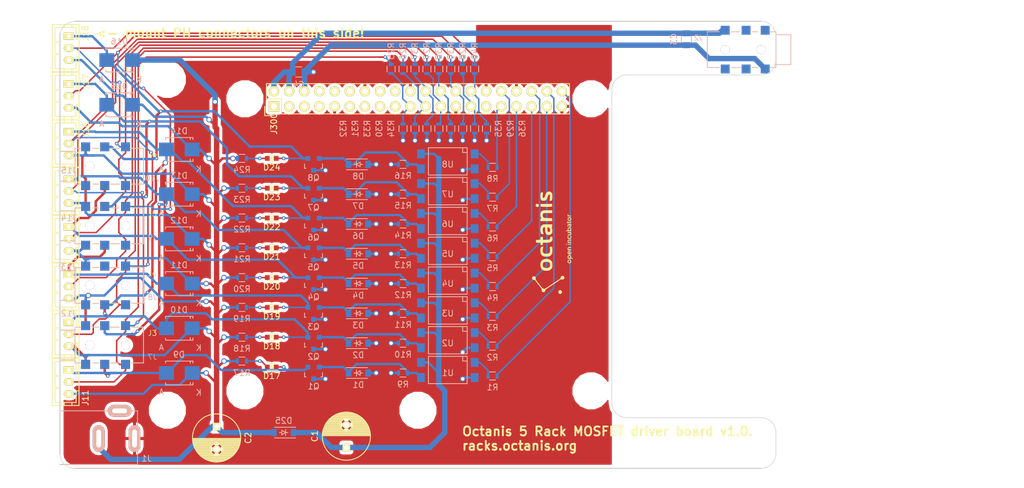
<source format=kicad_pcb>
(kicad_pcb (version 20170123) (host pcbnew "(2017-06-12 revision 19d5cc754)-master")
  (layers (0 F.Cu signal) (31 B.Cu signal) (34 B.Paste user) (35 F.Paste user) (36 B.SilkS user) (37 F.SilkS user) (38 B.Mask user) (39 F.Mask user) (44 Edge.Cuts user))
  (net 0 "")
  (net 1 V_opto)
  (net 2 GND)
  (net 3 VAA)
  (net 4 "Net-(D1-Pad1)")
  (net 5 "Net-(D2-Pad1)")
  (net 6 "Net-(D3-Pad1)")
  (net 7 "Net-(D4-Pad1)")
  (net 8 "Net-(D5-Pad1)")
  (net 9 "Net-(D6-Pad1)")
  (net 10 "Net-(D7-Pad1)")
  (net 11 "Net-(D8-Pad1)")
  (net 12 OUT1)
  (net 13 OUT2)
  (net 14 OUT3)
  (net 15 OUT4)
  (net 16 OUT5)
  (net 17 OUT6)
  (net 18 OUT7)
  (net 19 "Net-(D17-Pad2)")
  (net 20 "Net-(D18-Pad2)")
  (net 21 "Net-(D19-Pad2)")
  (net 22 "Net-(D20-Pad2)")
  (net 23 "Net-(D21-Pad2)")
  (net 24 "Net-(D22-Pad2)")
  (net 25 "Net-(D23-Pad2)")
  (net 26 "Net-(D24-Pad2)")
  (net 27 +5V)
  (net 28 "Net-(R1-Pad1)")
  (net 29 "Net-(R2-Pad1)")
  (net 30 "Net-(R3-Pad1)")
  (net 31 "Net-(R4-Pad1)")
  (net 32 "Net-(R5-Pad1)")
  (net 33 "Net-(R6-Pad1)")
  (net 34 "Net-(R7-Pad1)")
  (net 35 "Net-(R8-Pad1)")
  (net 36 SENSE1)
  (net 37 "Net-(J2-Pad2)")
  (net 38 SENSE2)
  (net 39 SENSE3)
  (net 40 SENSE4)
  (net 41 SENSE5)
  (net 42 SENSE6)
  (net 43 SENSE7)
  (net 44 OUT8)
  (net 45 SENSE8)
  (net 46 "Net-(J300-Pad1)")
  (net 47 "Net-(J300-Pad3)")
  (net 48 "Net-(J300-Pad5)")
  (net 49 "Net-(J300-Pad7)")
  (net 50 "Net-(J300-Pad8)")
  (net 51 "Net-(J300-Pad10)")
  (net 52 "Net-(J300-Pad11)")
  (net 53 "Net-(J300-Pad12)")
  (net 54 "Net-(J300-Pad13)")
  (net 55 "Net-(J300-Pad15)")
  (net 56 "Net-(J300-Pad16)")
  (net 57 "Net-(J300-Pad17)")
  (net 58 "Net-(J300-Pad18)")
  (net 59 "Net-(J300-Pad29)")
  (net 60 IN1)
  (net 61 IN2)
  (net 62 IN3)
  (net 63 IN4)
  (net 64 IN5)
  (net 65 IN6)
  (net 66 IN7)
  (net 67 IN8)
  (net 68 "Net-(J1-Pad3)")
  (net 69 "Net-(J300-Pad22)")
  (net 70 "Net-(J300-Pad19)")
  (net 71 "Net-(J300-Pad21)")
  (net 72 "Net-(J300-Pad23)")
  (net 73 "Net-(J300-Pad27)")
  (net 74 "Net-(J300-Pad28)")
  (net 75 "Net-(J300-Pad26)")
  (net 76 "Net-(J300-Pad24)")
  (module Octanis3:octanis_open_incubator_logo (layer F.Cu) (at 55 28 90)
    (fp_text reference G*** hide)
    (fp_text value LOGO hide)
  )
  (module Capacitors_SMD:C_0805 (layer B.Cu) (at 77.5 -6 270)
    (fp_text reference C3 (at 0 2.1 270) (layer B.SilkS) (effects (justify mirror)))
    (fp_text value C)
    (pad 2 smd rect (at 1 0 270) (size 1 1.25) (layers B.Cu B.Paste B.Mask) (net 2 GND))
    (pad 1 smd rect (at -1 0 270) (size 1 1.25) (layers B.Cu B.Paste B.Mask) (net 27 +5V))
  )
  (module Resistors_SMD:R_0603 (layer B.Cu) (at 38 9 270)
    (fp_text reference R34 (at 0 10 270) (layer B.SilkS) (effects (justify mirror)))
    (fp_text value 33k)
    (pad 2 smd rect (at 0.75 0 270) (size 0.5 0.9) (layers B.Cu B.Paste B.Mask) (net 2 GND))
    (pad 1 smd rect (at -0.75 0 270) (size 0.5 0.9) (layers B.Cu B.Paste B.Mask) (net 76 "Net-(J300-Pad24)"))
  )
  (module Resistors_SMD:R_0603 (layer B.Cu) (at 40 9 270)
    (fp_text reference R35 (at 0 -6 270) (layer B.SilkS) (effects (justify mirror)))
    (fp_text value 33k)
    (pad 1 smd rect (at -0.75 0 270) (size 0.5 0.9) (layers B.Cu B.Paste B.Mask) (net 75 "Net-(J300-Pad26)"))
    (pad 2 smd rect (at 0.75 0 270) (size 0.5 0.9) (layers B.Cu B.Paste B.Mask) (net 2 GND))
  )
  (module Resistors_SMD:R_0603 (layer B.Cu) (at 44 9 270)
    (fp_text reference R36 (at 0 -6 270) (layer B.SilkS) (effects (justify mirror)))
    (fp_text value 33k)
    (pad 2 smd rect (at 0.75 0 270) (size 0.5 0.9) (layers B.Cu B.Paste B.Mask) (net 2 GND))
    (pad 1 smd rect (at -0.75 0 270) (size 0.5 0.9) (layers B.Cu B.Paste B.Mask) (net 74 "Net-(J300-Pad28)"))
  )
  (module Resistors_SMD:R_0603 (layer B.Cu) (at 32 -1 270)
    (fp_text reference R37 (at -3 0 270) (layer B.SilkS) (effects (justify mirror)))
    (fp_text value 150k)
    (pad 1 smd rect (at -0.75 0 270) (size 0.5 0.9) (layers B.Cu B.Paste B.Mask) (net 39 SENSE3))
    (pad 2 smd rect (at 0.75 0 270) (size 0.5 0.9) (layers B.Cu B.Paste B.Mask) (net 69 "Net-(J300-Pad22)"))
  )
  (module Resistors_SMD:R_0603 (layer B.Cu) (at 36 -1 270)
    (fp_text reference R38 (at -3 0 270) (layer B.SilkS) (effects (justify mirror)))
    (fp_text value 150k)
    (pad 1 smd rect (at -0.75 0 270) (size 0.5 0.9) (layers B.Cu B.Paste B.Mask) (net 41 SENSE5))
    (pad 2 smd rect (at 0.75 0 270) (size 0.5 0.9) (layers B.Cu B.Paste B.Mask) (net 76 "Net-(J300-Pad24)"))
  )
  (module Resistors_SMD:R_0603 (layer B.Cu) (at 38 -1 270)
    (fp_text reference R39 (at -3 0 270) (layer B.SilkS) (effects (justify mirror)))
    (fp_text value 150k)
    (pad 1 smd rect (at -0.75 0 270) (size 0.5 0.9) (layers B.Cu B.Paste B.Mask) (net 42 SENSE6))
    (pad 2 smd rect (at 0.75 0 270) (size 0.5 0.9) (layers B.Cu B.Paste B.Mask) (net 75 "Net-(J300-Pad26)"))
  )
  (module Resistors_SMD:R_0603 (layer B.Cu) (at 42 -1 270)
    (fp_text reference R40 (at -3 0 270) (layer B.SilkS) (effects (justify mirror)))
    (fp_text value 150k)
    (pad 2 smd rect (at 0.75 0 270) (size 0.5 0.9) (layers B.Cu B.Paste B.Mask) (net 74 "Net-(J300-Pad28)"))
    (pad 1 smd rect (at -0.75 0 270) (size 0.5 0.9) (layers B.Cu B.Paste B.Mask) (net 45 SENSE8))
  )
  (module Resistors_SMD:R_0603 (layer B.Cu) (at 28 -1 90)
    (fp_text reference R25 (at 3 0 90) (layer B.SilkS) (effects (justify mirror)))
    (fp_text value 150k)
    (pad 1 smd rect (at -0.75 0 90) (size 0.5 0.9) (layers B.Cu B.Paste B.Mask) (net 70 "Net-(J300-Pad19)"))
    (pad 2 smd rect (at 0.75 0 90) (size 0.5 0.9) (layers B.Cu B.Paste B.Mask) (net 36 SENSE1))
  )
  (module Resistors_SMD:R_0603 (layer B.Cu) (at 30 -1 90)
    (fp_text reference R26 (at 3 0 90) (layer B.SilkS) (effects (justify mirror)))
    (fp_text value 150k)
    (pad 2 smd rect (at 0.75 0 90) (size 0.5 0.9) (layers B.Cu B.Paste B.Mask) (net 38 SENSE2))
    (pad 1 smd rect (at -0.75 0 90) (size 0.5 0.9) (layers B.Cu B.Paste B.Mask) (net 71 "Net-(J300-Pad21)"))
  )
  (module Resistors_SMD:R_0603 (layer B.Cu) (at 34 -1 90)
    (fp_text reference R27 (at 3 0 90) (layer B.SilkS) (effects (justify mirror)))
    (fp_text value 150k)
    (pad 1 smd rect (at -0.75 0 90) (size 0.5 0.9) (layers B.Cu B.Paste B.Mask) (net 72 "Net-(J300-Pad23)"))
    (pad 2 smd rect (at 0.75 0 90) (size 0.5 0.9) (layers B.Cu B.Paste B.Mask) (net 40 SENSE4))
  )
  (module Resistors_SMD:R_0603 (layer B.Cu) (at 40 -1 90)
    (fp_text reference R28 (at 3 0 90) (layer B.SilkS) (effects (justify mirror)))
    (fp_text value 150k)
    (pad 2 smd rect (at 0.75 0 90) (size 0.5 0.9) (layers B.Cu B.Paste B.Mask) (net 43 SENSE7))
    (pad 1 smd rect (at -0.75 0 90) (size 0.5 0.9) (layers B.Cu B.Paste B.Mask) (net 73 "Net-(J300-Pad27)"))
  )
  (module Resistors_SMD:R_0603 (layer B.Cu) (at 42 9 270)
    (fp_text reference R29 (at 0 -6 270) (layer B.SilkS) (effects (justify mirror)))
    (fp_text value 33k)
    (pad 1 smd rect (at -0.75 0 270) (size 0.5 0.9) (layers B.Cu B.Paste B.Mask) (net 73 "Net-(J300-Pad27)"))
    (pad 2 smd rect (at 0.75 0 270) (size 0.5 0.9) (layers B.Cu B.Paste B.Mask) (net 2 GND))
  )
  (module Resistors_SMD:R_0603 (layer B.Cu) (at 36 9 270)
    (fp_text reference R30 (at 0 10 270) (layer B.SilkS) (effects (justify mirror)))
    (fp_text value 33k)
    (pad 2 smd rect (at 0.75 0 270) (size 0.5 0.9) (layers B.Cu B.Paste B.Mask) (net 2 GND))
    (pad 1 smd rect (at -0.75 0 270) (size 0.5 0.9) (layers B.Cu B.Paste B.Mask) (net 72 "Net-(J300-Pad23)"))
  )
  (module Resistors_SMD:R_0603 (layer B.Cu) (at 32 9 270)
    (fp_text reference R31 (at 0 10 270) (layer B.SilkS) (effects (justify mirror)))
    (fp_text value 33k)
    (pad 1 smd rect (at -0.75 0 270) (size 0.5 0.9) (layers B.Cu B.Paste B.Mask) (net 71 "Net-(J300-Pad21)"))
    (pad 2 smd rect (at 0.75 0 270) (size 0.5 0.9) (layers B.Cu B.Paste B.Mask) (net 2 GND))
  )
  (module Resistors_SMD:R_0603 (layer B.Cu) (at 30 9 270)
    (fp_text reference R32 (at 0 10 270) (layer B.SilkS) (effects (justify mirror)))
    (fp_text value 33k)
    (pad 2 smd rect (at 0.75 0 270) (size 0.5 0.9) (layers B.Cu B.Paste B.Mask) (net 2 GND))
    (pad 1 smd rect (at -0.75 0 270) (size 0.5 0.9) (layers B.Cu B.Paste B.Mask) (net 70 "Net-(J300-Pad19)"))
  )
  (module Resistors_SMD:R_0603 (layer B.Cu) (at 34 9 270)
    (fp_text reference R33 (at 0 10 270) (layer B.SilkS) (effects (justify mirror)))
    (fp_text value 33k)
    (pad 1 smd rect (at -0.75 0 270) (size 0.5 0.9) (layers B.Cu B.Paste B.Mask) (net 69 "Net-(J300-Pad22)"))
    (pad 2 smd rect (at 0.75 0 270) (size 0.5 0.9) (layers B.Cu B.Paste B.Mask) (net 2 GND))
  )
  (module Capacitors_SMD:C_0805 (layer B.Cu) (at 12.5 -0.5)
    (fp_text reference C4 (at 0 2.1) (layer B.SilkS) (effects (justify mirror)))
    (fp_text value C)
    (pad 1 smd rect (at -1 0) (size 1 1.25) (layers B.Cu B.Paste B.Mask) (net 27 +5V))
    (pad 2 smd rect (at 1 0) (size 1 1.25) (layers B.Cu B.Paste B.Mask) (net 2 GND))
  )
  (module RPi_Hat:RPi_Hat_Mounting_Hole (layer F.Cu) (at 32.5 56.25)
    (fp_text reference "" hide)
    (fp_text value "" hide)
    (pad "" np_thru_hole circle (at 0 0) (size 2.75 2.75) (drill 2.75) (layers *.Cu *.Mask) (clearance 1.725))
  )
  (module RPi_Hat:RPi_Hat_Mounting_Hole (layer F.Cu) (at -9.5 0.75)
    (fp_text reference "" hide)
    (fp_text value "" hide)
    (pad "" np_thru_hole circle (at 0 0) (size 2.75 2.75) (drill 2.75) (layers *.Cu *.Mask) (clearance 1.725))
  )
  (module RPi_Hat:RPi_Hat_Mounting_Hole (layer F.Cu) (at -9.5 56.25)
    (fp_text reference "" hide)
    (fp_text value "" hide)
    (pad "" np_thru_hole circle (at 0 0) (size 2.75 2.75) (drill 2.75) (layers *.Cu *.Mask) (clearance 1.725))
  )
  (module Octanis5-Rack_kicadlib:PJ-313D (layer B.Cu) (at 92.5 -4.25 180)
    (fp_text reference J2 (at 13 2 180) (layer B.SilkS) (effects (font (size 0.889 0.889) (thickness 0.1016)) (justify mirror)))
    (fp_text value Audio-Jack-3)
    (pad 3 smd rect (at 1.8 3.25 90) (size 1.5 1.5) (layers B.Cu B.Paste B.Mask) (net 2 GND))
    (pad 2 smd rect (at 5 3.25 90) (size 1.5 1.5) (layers B.Cu B.Paste B.Mask) (net 37 "Net-(J2-Pad2)"))
    (pad 1 smd rect (at 8.5 3.25 90) (size 1.5 1.5) (layers B.Cu B.Paste B.Mask) (net 27 +5V))
    (pad 3 smd rect (at 1.8 -3.25 90) (size 1.5 1.5) (layers B.Cu B.Paste B.Mask) (net 2 GND))
    (pad 2 smd rect (at 5 -3.25 90) (size 1.5 1.5) (layers B.Cu B.Paste B.Mask) (net 37 "Net-(J2-Pad2)"))
    (pad 1 smd rect (at 8.5 -3.25 90) (size 1.5 1.5) (layers B.Cu B.Paste B.Mask) (net 27 +5V))
    (pad "" thru_hole circle (at 2.5 0 90) (size 1.5 1.5) (drill 1.5) (layers *.Cu *.Mask))
    (pad "" thru_hole circle (at 8.5 0 90) (size 1.5 1.5) (drill 1.5) (layers *.Cu *.Mask))
  )
  (module Connectors_JST:JST_PH_B3B-PH-K_03x2.00mm_Straight (layer F.Cu) (at -26 49.5 270)
    (fp_text reference J11 (at 4.676358 -2.767308 90) (layer F.SilkS))
    (fp_text value Screw_Terminal_1x03)
    (pad 3 thru_hole oval (at 4 0 270) (size 1.2 1.7) (drill 0.7) (layers *.Cu *.Mask F.SilkS) (net 3 VAA))
    (pad 2 thru_hole oval (at 2 0 270) (size 1.2 1.7) (drill 0.7) (layers *.Cu *.Mask F.SilkS) (net 36 SENSE1))
    (pad 1 thru_hole rect (at 0 0 270) (size 1.2 1.7) (drill 0.7) (layers *.Cu *.Mask F.SilkS) (net 12 OUT1))
  )
  (module Connectors_JST:JST_PH_B3B-PH-K_03x2.00mm_Straight (layer F.Cu) (at -26 41.5 270)
    (fp_text reference J12 (at -1.5 0 180) (layer B.SilkS) (effects (justify mirror)))
    (fp_text value Screw_Terminal_1x03)
    (pad 1 thru_hole rect (at 0 0 270) (size 1.2 1.7) (drill 0.7) (layers *.Cu *.Mask F.SilkS) (net 13 OUT2))
    (pad 2 thru_hole oval (at 2 0 270) (size 1.2 1.7) (drill 0.7) (layers *.Cu *.Mask F.SilkS) (net 38 SENSE2))
    (pad 3 thru_hole oval (at 4 0 270) (size 1.2 1.7) (drill 0.7) (layers *.Cu *.Mask F.SilkS) (net 3 VAA))
  )
  (module Connectors_JST:JST_PH_B3B-PH-K_03x2.00mm_Straight (layer F.Cu) (at -26 33.5 270)
    (fp_text reference J13 (at -1.323642 0 180) (layer B.SilkS) (effects (justify mirror)))
    (fp_text value Screw_Terminal_1x03)
    (pad 3 thru_hole oval (at 4 0 270) (size 1.2 1.7) (drill 0.7) (layers *.Cu *.Mask F.SilkS) (net 3 VAA))
    (pad 2 thru_hole oval (at 2 0 270) (size 1.2 1.7) (drill 0.7) (layers *.Cu *.Mask F.SilkS) (net 39 SENSE3))
    (pad 1 thru_hole rect (at 0 0 270) (size 1.2 1.7) (drill 0.7) (layers *.Cu *.Mask F.SilkS) (net 14 OUT3))
  )
  (module Connectors_JST:JST_PH_B3B-PH-K_03x2.00mm_Straight (layer F.Cu) (at -26 25.5 270)
    (fp_text reference J14 (at -1.5 0 180) (layer B.SilkS) (effects (justify mirror)))
    (fp_text value Screw_Terminal_1x03)
    (pad 1 thru_hole rect (at 0 0 270) (size 1.2 1.7) (drill 0.7) (layers *.Cu *.Mask F.SilkS) (net 15 OUT4))
    (pad 2 thru_hole oval (at 2 0 270) (size 1.2 1.7) (drill 0.7) (layers *.Cu *.Mask F.SilkS) (net 40 SENSE4))
    (pad 3 thru_hole oval (at 4 0 270) (size 1.2 1.7) (drill 0.7) (layers *.Cu *.Mask F.SilkS) (net 3 VAA))
  )
  (module Connectors_JST:JST_PH_B3B-PH-K_03x2.00mm_Straight (layer F.Cu) (at -26 17.5 270)
    (fp_text reference J15 (at -1.5 0 180) (layer B.SilkS) (effects (justify mirror)))
    (fp_text value Screw_Terminal_1x03)
    (pad 3 thru_hole oval (at 4 0 270) (size 1.2 1.7) (drill 0.7) (layers *.Cu *.Mask F.SilkS) (net 3 VAA))
    (pad 2 thru_hole oval (at 2 0 270) (size 1.2 1.7) (drill 0.7) (layers *.Cu *.Mask F.SilkS) (net 41 SENSE5))
    (pad 1 thru_hole rect (at 0 0 270) (size 1.2 1.7) (drill 0.7) (layers *.Cu *.Mask F.SilkS) (net 16 OUT5))
  )
  (module Connectors_JST:JST_PH_B3B-PH-K_03x2.00mm_Straight (layer F.Cu) (at -26 9.5 270)
    (fp_text reference J16 (at -0.323642 -2.824808 270) (layer F.SilkS))
    (fp_text value Screw_Terminal_1x03)
    (pad 1 thru_hole rect (at 0 0 270) (size 1.2 1.7) (drill 0.7) (layers *.Cu *.Mask F.SilkS) (net 17 OUT6))
    (pad 2 thru_hole oval (at 2 0 270) (size 1.2 1.7) (drill 0.7) (layers *.Cu *.Mask F.SilkS) (net 42 SENSE6))
    (pad 3 thru_hole oval (at 4 0 270) (size 1.2 1.7) (drill 0.7) (layers *.Cu *.Mask F.SilkS) (net 3 VAA))
  )
  (module Connectors_JST:JST_PH_B3B-PH-K_03x2.00mm_Straight (layer F.Cu) (at -26 1.5 270)
    (fp_text reference J17 (at -0.323642 -2.824808 270) (layer F.SilkS))
    (fp_text value Screw_Terminal_1x03)
    (pad 3 thru_hole oval (at 4 0 270) (size 1.2 1.7) (drill 0.7) (layers *.Cu *.Mask F.SilkS) (net 3 VAA))
    (pad 2 thru_hole oval (at 2 0 270) (size 1.2 1.7) (drill 0.7) (layers *.Cu *.Mask F.SilkS) (net 43 SENSE7))
    (pad 1 thru_hole rect (at 0 0 270) (size 1.2 1.7) (drill 0.7) (layers *.Cu *.Mask F.SilkS) (net 18 OUT7))
  )
  (module Connectors_JST:JST_PH_B3B-PH-K_03x2.00mm_Straight (layer F.Cu) (at -26 -6.5 270)
    (fp_text reference J18 (at -0.5 -2.767308 270) (layer F.SilkS))
    (fp_text value Screw_Terminal_1x03)
    (pad 1 thru_hole rect (at 0 0 270) (size 1.2 1.7) (drill 0.7) (layers *.Cu *.Mask F.SilkS) (net 44 OUT8))
    (pad 2 thru_hole oval (at 2 0 270) (size 1.2 1.7) (drill 0.7) (layers *.Cu *.Mask F.SilkS) (net 45 SENSE8))
    (pad 3 thru_hole oval (at 4 0 270) (size 1.2 1.7) (drill 0.7) (layers *.Cu *.Mask F.SilkS) (net 3 VAA))
  )
  (module Octanis5-Rack_kicadlib:EL817S1-B-TU-F (layer B.Cu) (at 37.5 49.5 180)
    (fp_text reference U1 (at 0 -0.5 180) (layer B.SilkS) (effects (justify mirror)))
    (fp_text value "EL817S1(B)(TU)-F")
    (pad 3 smd rect (at 4.5 -1.27 180) (size 1.3 1.5) (layers B.Cu B.Paste B.Mask) (net 4 "Net-(D1-Pad1)"))
    (pad 4 smd rect (at 4.5 1.27 180) (size 1.3 1.5) (layers B.Cu B.Paste B.Mask) (net 1 V_opto))
    (pad 1 smd rect (at -4.5 1.27 180) (size 1.3 1.5) (layers B.Cu B.Paste B.Mask) (net 28 "Net-(R1-Pad1)"))
    (pad 2 smd rect (at -4.5 -1.27 180) (size 1.3 1.5) (layers B.Cu B.Paste B.Mask) (net 2 GND))
  )
  (module Octanis5-Rack_kicadlib:EL817S1-B-TU-F (layer B.Cu) (at 37.5 44.5 180)
    (fp_text reference U2 (at 0 -0.5 180) (layer B.SilkS) (effects (justify mirror)))
    (fp_text value "EL817S1(B)(TU)-F")
    (pad 2 smd rect (at -4.5 -1.27 180) (size 1.3 1.5) (layers B.Cu B.Paste B.Mask) (net 2 GND))
    (pad 1 smd rect (at -4.5 1.27 180) (size 1.3 1.5) (layers B.Cu B.Paste B.Mask) (net 29 "Net-(R2-Pad1)"))
    (pad 4 smd rect (at 4.5 1.27 180) (size 1.3 1.5) (layers B.Cu B.Paste B.Mask) (net 1 V_opto))
    (pad 3 smd rect (at 4.5 -1.27 180) (size 1.3 1.5) (layers B.Cu B.Paste B.Mask) (net 5 "Net-(D2-Pad1)"))
  )
  (module Octanis5-Rack_kicadlib:EL817S1-B-TU-F (layer B.Cu) (at 37.5 39.5 180)
    (fp_text reference U3 (at 0 -0.5 180) (layer B.SilkS) (effects (justify mirror)))
    (fp_text value "EL817S1(B)(TU)-F")
    (pad 3 smd rect (at 4.5 -1.27 180) (size 1.3 1.5) (layers B.Cu B.Paste B.Mask) (net 6 "Net-(D3-Pad1)"))
    (pad 4 smd rect (at 4.5 1.27 180) (size 1.3 1.5) (layers B.Cu B.Paste B.Mask) (net 1 V_opto))
    (pad 1 smd rect (at -4.5 1.27 180) (size 1.3 1.5) (layers B.Cu B.Paste B.Mask) (net 30 "Net-(R3-Pad1)"))
    (pad 2 smd rect (at -4.5 -1.27 180) (size 1.3 1.5) (layers B.Cu B.Paste B.Mask) (net 2 GND))
  )
  (module Octanis5-Rack_kicadlib:EL817S1-B-TU-F (layer B.Cu) (at 37.5 34.5 180)
    (fp_text reference U4 (at 0 -0.5 180) (layer B.SilkS) (effects (justify mirror)))
    (fp_text value "EL817S1(B)(TU)-F")
    (pad 2 smd rect (at -4.5 -1.27 180) (size 1.3 1.5) (layers B.Cu B.Paste B.Mask) (net 2 GND))
    (pad 1 smd rect (at -4.5 1.27 180) (size 1.3 1.5) (layers B.Cu B.Paste B.Mask) (net 31 "Net-(R4-Pad1)"))
    (pad 4 smd rect (at 4.5 1.27 180) (size 1.3 1.5) (layers B.Cu B.Paste B.Mask) (net 1 V_opto))
    (pad 3 smd rect (at 4.5 -1.27 180) (size 1.3 1.5) (layers B.Cu B.Paste B.Mask) (net 7 "Net-(D4-Pad1)"))
  )
  (module Octanis5-Rack_kicadlib:EL817S1-B-TU-F (layer B.Cu) (at 37.5 29.5 180)
    (fp_text reference U5 (at 0 -0.5 180) (layer B.SilkS) (effects (justify mirror)))
    (fp_text value "EL817S1(B)(TU)-F")
    (pad 3 smd rect (at 4.5 -1.27 180) (size 1.3 1.5) (layers B.Cu B.Paste B.Mask) (net 8 "Net-(D5-Pad1)"))
    (pad 4 smd rect (at 4.5 1.27 180) (size 1.3 1.5) (layers B.Cu B.Paste B.Mask) (net 1 V_opto))
    (pad 1 smd rect (at -4.5 1.27 180) (size 1.3 1.5) (layers B.Cu B.Paste B.Mask) (net 32 "Net-(R5-Pad1)"))
    (pad 2 smd rect (at -4.5 -1.27 180) (size 1.3 1.5) (layers B.Cu B.Paste B.Mask) (net 2 GND))
  )
  (module Octanis5-Rack_kicadlib:EL817S1-B-TU-F (layer B.Cu) (at 37.5 24.5 180)
    (fp_text reference U6 (at 0 -0.5 180) (layer B.SilkS) (effects (justify mirror)))
    (fp_text value "EL817S1(B)(TU)-F")
    (pad 2 smd rect (at -4.5 -1.27 180) (size 1.3 1.5) (layers B.Cu B.Paste B.Mask) (net 2 GND))
    (pad 1 smd rect (at -4.5 1.27 180) (size 1.3 1.5) (layers B.Cu B.Paste B.Mask) (net 33 "Net-(R6-Pad1)"))
    (pad 4 smd rect (at 4.5 1.27 180) (size 1.3 1.5) (layers B.Cu B.Paste B.Mask) (net 1 V_opto))
    (pad 3 smd rect (at 4.5 -1.27 180) (size 1.3 1.5) (layers B.Cu B.Paste B.Mask) (net 9 "Net-(D6-Pad1)"))
  )
  (module Octanis5-Rack_kicadlib:EL817S1-B-TU-F (layer B.Cu) (at 37.5 19.5 180)
    (fp_text reference U7 (at 0 -0.5 180) (layer B.SilkS) (effects (justify mirror)))
    (fp_text value "EL817S1(B)(TU)-F")
    (pad 3 smd rect (at 4.5 -1.27 180) (size 1.3 1.5) (layers B.Cu B.Paste B.Mask) (net 10 "Net-(D7-Pad1)"))
    (pad 4 smd rect (at 4.5 1.27 180) (size 1.3 1.5) (layers B.Cu B.Paste B.Mask) (net 1 V_opto))
    (pad 1 smd rect (at -4.5 1.27 180) (size 1.3 1.5) (layers B.Cu B.Paste B.Mask) (net 34 "Net-(R7-Pad1)"))
    (pad 2 smd rect (at -4.5 -1.27 180) (size 1.3 1.5) (layers B.Cu B.Paste B.Mask) (net 2 GND))
  )
  (module Octanis5-Rack_kicadlib:EL817S1-B-TU-F (layer B.Cu) (at 37.5 14.5 180)
    (fp_text reference U8 (at 0 -0.5 180) (layer B.SilkS) (effects (justify mirror)))
    (fp_text value "EL817S1(B)(TU)-F")
    (pad 2 smd rect (at -4.5 -1.27 180) (size 1.3 1.5) (layers B.Cu B.Paste B.Mask) (net 2 GND))
    (pad 1 smd rect (at -4.5 1.27 180) (size 1.3 1.5) (layers B.Cu B.Paste B.Mask) (net 35 "Net-(R8-Pad1)"))
    (pad 4 smd rect (at 4.5 1.27 180) (size 1.3 1.5) (layers B.Cu B.Paste B.Mask) (net 1 V_opto))
    (pad 3 smd rect (at 4.5 -1.27 180) (size 1.3 1.5) (layers B.Cu B.Paste B.Mask) (net 11 "Net-(D8-Pad1)"))
  )
  (module Octanis5-Rack_kicadlib:PJ-313D (layer F.Cu) (at -25 45.31151)
    (fp_text reference J3 (at 13 -2) (layer F.SilkS) (effects (font (size 0.889 0.889) (thickness 0.1016))))
    (fp_text value Audio-Jack-3)
    (pad "" thru_hole circle (at 8.5 0 90) (size 1.5 1.5) (drill 1.5) (layers *.Cu *.Mask))
    (pad "" thru_hole circle (at 2.5 0 90) (size 1.5 1.5) (drill 1.5) (layers *.Cu *.Mask))
    (pad 1 smd rect (at 8.5 3.25 90) (size 1.5 1.5) (layers F.Cu F.Paste F.Mask) (net 36 SENSE1))
    (pad 2 smd rect (at 5 3.25 90) (size 1.5 1.5) (layers F.Cu F.Paste F.Mask) (net 12 OUT1))
    (pad 3 smd rect (at 1.8 3.25 90) (size 1.5 1.5) (layers F.Cu F.Paste F.Mask) (net 3 VAA))
    (pad 1 smd rect (at 8.5 -3.25 90) (size 1.5 1.5) (layers F.Cu F.Paste F.Mask) (net 36 SENSE1))
    (pad 2 smd rect (at 5 -3.25 90) (size 1.5 1.5) (layers F.Cu F.Paste F.Mask) (net 12 OUT1))
    (pad 3 smd rect (at 1.8 -3.25 90) (size 1.5 1.5) (layers F.Cu F.Paste F.Mask) (net 3 VAA))
  )
  (module Octanis5-Rack_kicadlib:PJ-313D (layer F.Cu) (at -25 35.31151)
    (fp_text reference J4 (at 13 -2) (layer F.SilkS) (effects (font (size 0.889 0.889) (thickness 0.1016))))
    (fp_text value Audio-Jack-3)
    (pad 3 smd rect (at 1.8 -3.25 90) (size 1.5 1.5) (layers F.Cu F.Paste F.Mask) (net 3 VAA))
    (pad 2 smd rect (at 5 -3.25 90) (size 1.5 1.5) (layers F.Cu F.Paste F.Mask) (net 13 OUT2))
    (pad 1 smd rect (at 8.5 -3.25 90) (size 1.5 1.5) (layers F.Cu F.Paste F.Mask) (net 38 SENSE2))
    (pad 3 smd rect (at 1.8 3.25 90) (size 1.5 1.5) (layers F.Cu F.Paste F.Mask) (net 3 VAA))
    (pad 2 smd rect (at 5 3.25 90) (size 1.5 1.5) (layers F.Cu F.Paste F.Mask) (net 13 OUT2))
    (pad 1 smd rect (at 8.5 3.25 90) (size 1.5 1.5) (layers F.Cu F.Paste F.Mask) (net 38 SENSE2))
    (pad "" thru_hole circle (at 2.5 0 90) (size 1.5 1.5) (drill 1.5) (layers *.Cu *.Mask))
    (pad "" thru_hole circle (at 8.5 0 90) (size 1.5 1.5) (drill 1.5) (layers *.Cu *.Mask))
  )
  (module Octanis5-Rack_kicadlib:PJ-313D (layer B.Cu) (at -25 45.31151)
    (fp_text reference J7 (at 13 2) (layer B.SilkS) (effects (font (size 0.889 0.889) (thickness 0.1016)) (justify mirror)))
    (fp_text value Audio-Jack-3)
    (pad "" thru_hole circle (at 8.5 0 270) (size 1.5 1.5) (drill 1.5) (layers *.Cu *.Mask))
    (pad "" thru_hole circle (at 2.5 0 270) (size 1.5 1.5) (drill 1.5) (layers *.Cu *.Mask))
    (pad 1 smd rect (at 8.5 -3.25 270) (size 1.5 1.5) (layers B.Cu B.Paste B.Mask) (net 41 SENSE5))
    (pad 2 smd rect (at 5 -3.25 270) (size 1.5 1.5) (layers B.Cu B.Paste B.Mask) (net 16 OUT5))
    (pad 3 smd rect (at 1.8 -3.25 270) (size 1.5 1.5) (layers B.Cu B.Paste B.Mask) (net 3 VAA))
    (pad 1 smd rect (at 8.5 3.25 270) (size 1.5 1.5) (layers B.Cu B.Paste B.Mask) (net 41 SENSE5))
    (pad 2 smd rect (at 5 3.25 270) (size 1.5 1.5) (layers B.Cu B.Paste B.Mask) (net 16 OUT5))
    (pad 3 smd rect (at 1.8 3.25 270) (size 1.5 1.5) (layers B.Cu B.Paste B.Mask) (net 3 VAA))
  )
  (module Octanis5-Rack_kicadlib:PJ-313D (layer F.Cu) (at -25 25.31151)
    (fp_text reference J5 (at 13 -2) (layer F.SilkS) (effects (font (size 0.889 0.889) (thickness 0.1016))))
    (fp_text value Audio-Jack-3)
    (pad 3 smd rect (at 1.8 -3.25 90) (size 1.5 1.5) (layers F.Cu F.Paste F.Mask) (net 3 VAA))
    (pad 2 smd rect (at 5 -3.25 90) (size 1.5 1.5) (layers F.Cu F.Paste F.Mask) (net 14 OUT3))
    (pad 1 smd rect (at 8.5 -3.25 90) (size 1.5 1.5) (layers F.Cu F.Paste F.Mask) (net 39 SENSE3))
    (pad 3 smd rect (at 1.8 3.25 90) (size 1.5 1.5) (layers F.Cu F.Paste F.Mask) (net 3 VAA))
    (pad 2 smd rect (at 5 3.25 90) (size 1.5 1.5) (layers F.Cu F.Paste F.Mask) (net 14 OUT3))
    (pad 1 smd rect (at 8.5 3.25 90) (size 1.5 1.5) (layers F.Cu F.Paste F.Mask) (net 39 SENSE3))
    (pad "" thru_hole circle (at 2.5 0 90) (size 1.5 1.5) (drill 1.5) (layers *.Cu *.Mask))
    (pad "" thru_hole circle (at 8.5 0 90) (size 1.5 1.5) (drill 1.5) (layers *.Cu *.Mask))
  )
  (module Octanis5-Rack_kicadlib:PJ-313D (layer F.Cu) (at -25 15.31151)
    (fp_text reference J6 (at 13 -2) (layer F.SilkS) (effects (font (size 0.889 0.889) (thickness 0.1016))))
    (fp_text value Audio-Jack-3)
    (pad "" thru_hole circle (at 8.5 0 90) (size 1.5 1.5) (drill 1.5) (layers *.Cu *.Mask))
    (pad "" thru_hole circle (at 2.5 0 90) (size 1.5 1.5) (drill 1.5) (layers *.Cu *.Mask))
    (pad 1 smd rect (at 8.5 3.25 90) (size 1.5 1.5) (layers F.Cu F.Paste F.Mask) (net 40 SENSE4))
    (pad 2 smd rect (at 5 3.25 90) (size 1.5 1.5) (layers F.Cu F.Paste F.Mask) (net 15 OUT4))
    (pad 3 smd rect (at 1.8 3.25 90) (size 1.5 1.5) (layers F.Cu F.Paste F.Mask) (net 3 VAA))
    (pad 1 smd rect (at 8.5 -3.25 90) (size 1.5 1.5) (layers F.Cu F.Paste F.Mask) (net 40 SENSE4))
    (pad 2 smd rect (at 5 -3.25 90) (size 1.5 1.5) (layers F.Cu F.Paste F.Mask) (net 15 OUT4))
    (pad 3 smd rect (at 1.8 -3.25 90) (size 1.5 1.5) (layers F.Cu F.Paste F.Mask) (net 3 VAA))
  )
  (module Octanis5-Rack_kicadlib:PJ-313D (layer B.Cu) (at -25 15.31151)
    (fp_text reference J10 (at 13 2) (layer B.SilkS) (effects (font (size 0.889 0.889) (thickness 0.1016)) (justify mirror)))
    (fp_text value Audio-Jack-3)
    (pad 3 smd rect (at 1.8 3.25 270) (size 1.5 1.5) (layers B.Cu B.Paste B.Mask) (net 3 VAA))
    (pad 2 smd rect (at 5 3.25 270) (size 1.5 1.5) (layers B.Cu B.Paste B.Mask) (net 44 OUT8))
    (pad 1 smd rect (at 8.5 3.25 270) (size 1.5 1.5) (layers B.Cu B.Paste B.Mask) (net 45 SENSE8))
    (pad 3 smd rect (at 1.8 -3.25 270) (size 1.5 1.5) (layers B.Cu B.Paste B.Mask) (net 3 VAA))
    (pad 2 smd rect (at 5 -3.25 270) (size 1.5 1.5) (layers B.Cu B.Paste B.Mask) (net 44 OUT8))
    (pad 1 smd rect (at 8.5 -3.25 270) (size 1.5 1.5) (layers B.Cu B.Paste B.Mask) (net 45 SENSE8))
    (pad "" thru_hole circle (at 2.5 0 270) (size 1.5 1.5) (drill 1.5) (layers *.Cu *.Mask))
    (pad "" thru_hole circle (at 8.5 0 270) (size 1.5 1.5) (drill 1.5) (layers *.Cu *.Mask))
  )
  (module Octanis5-Rack_kicadlib:PJ-313D (layer B.Cu) (at -25 25.31151)
    (fp_text reference J9 (at 13 2) (layer B.SilkS) (effects (font (size 0.889 0.889) (thickness 0.1016)) (justify mirror)))
    (fp_text value Audio-Jack-3)
    (pad "" thru_hole circle (at 8.5 0 270) (size 1.5 1.5) (drill 1.5) (layers *.Cu *.Mask))
    (pad "" thru_hole circle (at 2.5 0 270) (size 1.5 1.5) (drill 1.5) (layers *.Cu *.Mask))
    (pad 1 smd rect (at 8.5 -3.25 270) (size 1.5 1.5) (layers B.Cu B.Paste B.Mask) (net 43 SENSE7))
    (pad 2 smd rect (at 5 -3.25 270) (size 1.5 1.5) (layers B.Cu B.Paste B.Mask) (net 18 OUT7))
    (pad 3 smd rect (at 1.8 -3.25 270) (size 1.5 1.5) (layers B.Cu B.Paste B.Mask) (net 3 VAA))
    (pad 1 smd rect (at 8.5 3.25 270) (size 1.5 1.5) (layers B.Cu B.Paste B.Mask) (net 43 SENSE7))
    (pad 2 smd rect (at 5 3.25 270) (size 1.5 1.5) (layers B.Cu B.Paste B.Mask) (net 18 OUT7))
    (pad 3 smd rect (at 1.8 3.25 270) (size 1.5 1.5) (layers B.Cu B.Paste B.Mask) (net 3 VAA))
  )
  (module Octanis5-Rack_kicadlib:PJ-313D (layer B.Cu) (at -25 35.31151)
    (fp_text reference J8 (at 13 2) (layer B.SilkS) (effects (font (size 0.889 0.889) (thickness 0.1016)) (justify mirror)))
    (fp_text value Audio-Jack-3)
    (pad 3 smd rect (at 1.8 3.25 270) (size 1.5 1.5) (layers B.Cu B.Paste B.Mask) (net 3 VAA))
    (pad 2 smd rect (at 5 3.25 270) (size 1.5 1.5) (layers B.Cu B.Paste B.Mask) (net 17 OUT6))
    (pad 1 smd rect (at 8.5 3.25 270) (size 1.5 1.5) (layers B.Cu B.Paste B.Mask) (net 42 SENSE6))
    (pad 3 smd rect (at 1.8 -3.25 270) (size 1.5 1.5) (layers B.Cu B.Paste B.Mask) (net 3 VAA))
    (pad 2 smd rect (at 5 -3.25 270) (size 1.5 1.5) (layers B.Cu B.Paste B.Mask) (net 17 OUT6))
    (pad 1 smd rect (at 8.5 -3.25 270) (size 1.5 1.5) (layers B.Cu B.Paste B.Mask) (net 42 SENSE6))
    (pad "" thru_hole circle (at 2.5 0 270) (size 1.5 1.5) (drill 1.5) (layers *.Cu *.Mask))
    (pad "" thru_hole circle (at 8.5 0 270) (size 1.5 1.5) (drill 1.5) (layers *.Cu *.Mask))
  )
  (module Octanis5-Rack_kicadlib:DC-005-20A (layer B.Cu) (at -28.5 56.35)
    (fp_text reference J1 (at 15.5 8) (layer B.SilkS) (effects (justify mirror)))
    (fp_text value Barrel_Jack)
    (pad 3 thru_hole oval (at 11 0) (size 4 2) (drill oval 2.5 0.8) (layers *.Cu *.Mask B.SilkS) (net 68 "Net-(J1-Pad3)"))
    (pad 1 thru_hole oval (at 13.5 4.65) (size 2 4.5) (drill oval 0.8 3) (layers *.Cu *.Mask B.SilkS) (net 2 GND))
    (pad 2 thru_hole oval (at 7.5 4.65) (size 2 4.5) (drill oval 0.8 3) (layers *.Cu *.Mask B.SilkS) (net 3 VAA))
  )
  (module RPi_Hat:Pin_Header_Straight_2x20 (layer F.Cu) (at 32.5 4 90)
    (fp_text reference J300 (at -4.191 -24.13 270) (layer F.SilkS))
    (fp_text value RPi_GPIO)
    (pad 1 thru_hole rect (at -1.27 -24.13 90) (size 1.7272 1.7272) (drill 1.016) (layers *.Cu *.Mask F.SilkS) (net 46 "Net-(J300-Pad1)"))
    (pad 2 thru_hole oval (at 1.27 -24.13 90) (size 1.7272 1.7272) (drill 1.016) (layers *.Cu *.Mask F.SilkS) (net 27 +5V))
    (pad 3 thru_hole oval (at -1.27 -21.59 90) (size 1.7272 1.7272) (drill 1.016) (layers *.Cu *.Mask F.SilkS) (net 47 "Net-(J300-Pad3)"))
    (pad 4 thru_hole oval (at 1.27 -21.59 90) (size 1.7272 1.7272) (drill 1.016) (layers *.Cu *.Mask F.SilkS) (net 27 +5V))
    (pad 5 thru_hole oval (at -1.27 -19.05 90) (size 1.7272 1.7272) (drill 1.016) (layers *.Cu *.Mask F.SilkS) (net 48 "Net-(J300-Pad5)"))
    (pad 6 thru_hole oval (at 1.27 -19.05 90) (size 1.7272 1.7272) (drill 1.016) (layers *.Cu *.Mask F.SilkS) (net 2 GND))
    (pad 7 thru_hole oval (at -1.27 -16.51 90) (size 1.7272 1.7272) (drill 1.016) (layers *.Cu *.Mask F.SilkS) (net 49 "Net-(J300-Pad7)"))
    (pad 8 thru_hole oval (at 1.27 -16.51 90) (size 1.7272 1.7272) (drill 1.016) (layers *.Cu *.Mask F.SilkS) (net 50 "Net-(J300-Pad8)"))
    (pad 9 thru_hole oval (at -1.27 -13.97 90) (size 1.7272 1.7272) (drill 1.016) (layers *.Cu *.Mask F.SilkS) (net 2 GND))
    (pad 10 thru_hole oval (at 1.27 -13.97 90) (size 1.7272 1.7272) (drill 1.016) (layers *.Cu *.Mask F.SilkS) (net 51 "Net-(J300-Pad10)"))
    (pad 11 thru_hole oval (at -1.27 -11.43 90) (size 1.7272 1.7272) (drill 1.016) (layers *.Cu *.Mask F.SilkS) (net 52 "Net-(J300-Pad11)"))
    (pad 12 thru_hole oval (at 1.27 -11.43 90) (size 1.7272 1.7272) (drill 1.016) (layers *.Cu *.Mask F.SilkS) (net 53 "Net-(J300-Pad12)"))
    (pad 13 thru_hole oval (at -1.27 -8.89 90) (size 1.7272 1.7272) (drill 1.016) (layers *.Cu *.Mask F.SilkS) (net 54 "Net-(J300-Pad13)"))
    (pad 14 thru_hole oval (at 1.27 -8.89 90) (size 1.7272 1.7272) (drill 1.016) (layers *.Cu *.Mask F.SilkS) (net 2 GND))
    (pad 15 thru_hole oval (at -1.27 -6.35 90) (size 1.7272 1.7272) (drill 1.016) (layers *.Cu *.Mask F.SilkS) (net 55 "Net-(J300-Pad15)"))
    (pad 16 thru_hole oval (at 1.27 -6.35 90) (size 1.7272 1.7272) (drill 1.016) (layers *.Cu *.Mask F.SilkS) (net 56 "Net-(J300-Pad16)"))
    (pad 17 thru_hole oval (at -1.27 -3.81 90) (size 1.7272 1.7272) (drill 1.016) (layers *.Cu *.Mask F.SilkS) (net 57 "Net-(J300-Pad17)"))
    (pad 18 thru_hole oval (at 1.27 -3.81 90) (size 1.7272 1.7272) (drill 1.016) (layers *.Cu *.Mask F.SilkS) (net 58 "Net-(J300-Pad18)"))
    (pad 19 thru_hole oval (at -1.27 -1.27 90) (size 1.7272 1.7272) (drill 1.016) (layers *.Cu *.Mask F.SilkS) (net 70 "Net-(J300-Pad19)"))
    (pad 20 thru_hole oval (at 1.27 -1.27 90) (size 1.7272 1.7272) (drill 1.016) (layers *.Cu *.Mask F.SilkS) (net 2 GND))
    (pad 21 thru_hole oval (at -1.27 1.27 90) (size 1.7272 1.7272) (drill 1.016) (layers *.Cu *.Mask F.SilkS) (net 71 "Net-(J300-Pad21)"))
    (pad 22 thru_hole oval (at 1.27 1.27 90) (size 1.7272 1.7272) (drill 1.016) (layers *.Cu *.Mask F.SilkS) (net 69 "Net-(J300-Pad22)"))
    (pad 23 thru_hole oval (at -1.27 3.81 90) (size 1.7272 1.7272) (drill 1.016) (layers *.Cu *.Mask F.SilkS) (net 72 "Net-(J300-Pad23)"))
    (pad 24 thru_hole oval (at 1.27 3.81 90) (size 1.7272 1.7272) (drill 1.016) (layers *.Cu *.Mask F.SilkS) (net 76 "Net-(J300-Pad24)"))
    (pad 25 thru_hole oval (at -1.27 6.35 90) (size 1.7272 1.7272) (drill 1.016) (layers *.Cu *.Mask F.SilkS) (net 2 GND))
    (pad 26 thru_hole oval (at 1.27 6.35 90) (size 1.7272 1.7272) (drill 1.016) (layers *.Cu *.Mask F.SilkS) (net 75 "Net-(J300-Pad26)"))
    (pad 27 thru_hole oval (at -1.27 8.89 90) (size 1.7272 1.7272) (drill 1.016) (layers *.Cu *.Mask F.SilkS) (net 73 "Net-(J300-Pad27)"))
    (pad 28 thru_hole oval (at 1.27 8.89 90) (size 1.7272 1.7272) (drill 1.016) (layers *.Cu *.Mask F.SilkS) (net 74 "Net-(J300-Pad28)"))
    (pad 29 thru_hole oval (at -1.27 11.43 90) (size 1.7272 1.7272) (drill 1.016) (layers *.Cu *.Mask F.SilkS) (net 59 "Net-(J300-Pad29)"))
    (pad 30 thru_hole oval (at 1.27 11.43 90) (size 1.7272 1.7272) (drill 1.016) (layers *.Cu *.Mask F.SilkS) (net 2 GND))
    (pad 31 thru_hole oval (at -1.27 13.97 90) (size 1.7272 1.7272) (drill 1.016) (layers *.Cu *.Mask F.SilkS) (net 67 IN8))
    (pad 32 thru_hole oval (at 1.27 13.97 90) (size 1.7272 1.7272) (drill 1.016) (layers *.Cu *.Mask F.SilkS) (net 66 IN7))
    (pad 33 thru_hole oval (at -1.27 16.51 90) (size 1.7272 1.7272) (drill 1.016) (layers *.Cu *.Mask F.SilkS) (net 65 IN6))
    (pad 34 thru_hole oval (at 1.27 16.51 90) (size 1.7272 1.7272) (drill 1.016) (layers *.Cu *.Mask F.SilkS) (net 2 GND))
    (pad 35 thru_hole oval (at -1.27 19.05 90) (size 1.7272 1.7272) (drill 1.016) (layers *.Cu *.Mask F.SilkS) (net 64 IN5))
    (pad 36 thru_hole oval (at 1.27 19.05 90) (size 1.7272 1.7272) (drill 1.016) (layers *.Cu *.Mask F.SilkS) (net 63 IN4))
    (pad 37 thru_hole oval (at -1.27 21.59 90) (size 1.7272 1.7272) (drill 1.016) (layers *.Cu *.Mask F.SilkS) (net 62 IN3))
    (pad 38 thru_hole oval (at 1.27 21.59 90) (size 1.7272 1.7272) (drill 1.016) (layers *.Cu *.Mask F.SilkS) (net 61 IN2))
    (pad 39 thru_hole oval (at -1.27 24.13 90) (size 1.7272 1.7272) (drill 1.016) (layers *.Cu *.Mask F.SilkS) (net 2 GND))
    (pad 40 thru_hole oval (at 1.27 24.13 90) (size 1.7272 1.7272) (drill 1.016) (layers *.Cu *.Mask F.SilkS) (net 60 IN1))
  )
  (module RPi_Hat:RPi_Hat_Mounting_Hole (layer F.Cu) (at 61.5 4)
    (fp_text reference "" hide)
    (fp_text value "" hide)
    (pad "" np_thru_hole circle (at 0 0) (size 2.75 2.75) (drill 2.75) (layers *.Cu *.Mask) (clearance 1.725))
  )
  (module RPi_Hat:RPi_Hat_Mounting_Hole (layer F.Cu) (at 61.5 53)
    (fp_text reference "" hide)
    (fp_text value "" hide)
    (pad "" np_thru_hole circle (at 0 0) (size 2.75 2.75) (drill 2.75) (layers *.Cu *.Mask) (clearance 1.725))
  )
  (module RPi_Hat:RPi_Hat_Mounting_Hole (layer F.Cu) (at 3.5 53)
    (fp_text reference "" hide)
    (fp_text value "" hide)
    (pad "" np_thru_hole circle (at 0 0) (size 2.75 2.75) (drill 2.75) (layers *.Cu *.Mask) (clearance 1.725))
  )
  (module RPi_Hat:RPi_Hat_Mounting_Hole (layer F.Cu) (at 3.5 4)
    (fp_text reference "" hide)
    (fp_text value "" hide)
    (pad "" np_thru_hole circle (at 0 0) (size 2.75 2.75) (drill 2.75) (layers *.Cu *.Mask) (clearance 1.725))
  )
  (module Capacitors_ThroughHole:C_Radial_D8_L13_P3.8 (layer F.Cu) (at 20.5 62.5 90)
    (fp_text reference C1 (at 1.9 -5.3 90) (layer F.SilkS))
    (fp_text value 100u)
    (pad 1 thru_hole rect (at 0 0 90) (size 1.3 1.3) (drill 0.8) (layers *.Cu *.Mask F.SilkS) (net 1 V_opto))
    (pad 2 thru_hole circle (at 3.8 0 90) (size 1.3 1.3) (drill 0.8) (layers *.Cu *.Mask F.SilkS) (net 2 GND))
  )
  (module Capacitors_ThroughHole:C_Radial_D8_L13_P3.8 (layer F.Cu) (at -1.25 59 270)
    (fp_text reference C2 (at 1.9 -5.3 270) (layer F.SilkS))
    (fp_text value 100u)
    (pad 2 thru_hole circle (at 3.8 0 270) (size 1.3 1.3) (drill 0.8) (layers *.Cu *.Mask F.SilkS) (net 2 GND))
    (pad 1 thru_hole rect (at 0 0 270) (size 1.3 1.3) (drill 0.8) (layers *.Cu *.Mask F.SilkS) (net 3 VAA))
  )
  (module Diodes_SMD:SOD-123 (layer B.Cu) (at 22.5 50)
    (fp_text reference D1 (at 0 2) (layer B.SilkS) (effects (justify mirror)))
    (fp_text value MMSZ5237B-7-F)
    (pad 2 smd rect (at 1.635 0) (size 0.91 1.22) (layers B.Cu B.Paste B.Mask) (net 2 GND))
    (pad 1 smd rect (at -1.635 0) (size 0.91 1.22) (layers B.Cu B.Paste B.Mask) (net 4 "Net-(D1-Pad1)"))
  )
  (module Diodes_SMD:SOD-123 (layer B.Cu) (at 22.5 45)
    (fp_text reference D2 (at 0 2) (layer B.SilkS) (effects (justify mirror)))
    (fp_text value MMSZ5237B-7-F)
    (pad 2 smd rect (at 1.635 0) (size 0.91 1.22) (layers B.Cu B.Paste B.Mask) (net 2 GND))
    (pad 1 smd rect (at -1.635 0) (size 0.91 1.22) (layers B.Cu B.Paste B.Mask) (net 5 "Net-(D2-Pad1)"))
  )
  (module Diodes_SMD:SOD-123 (layer B.Cu) (at 22.5 40)
    (fp_text reference D3 (at 0 2) (layer B.SilkS) (effects (justify mirror)))
    (fp_text value MMSZ5237B-7-F)
    (pad 1 smd rect (at -1.635 0) (size 0.91 1.22) (layers B.Cu B.Paste B.Mask) (net 6 "Net-(D3-Pad1)"))
    (pad 2 smd rect (at 1.635 0) (size 0.91 1.22) (layers B.Cu B.Paste B.Mask) (net 2 GND))
  )
  (module Diodes_SMD:SOD-123 (layer B.Cu) (at 22.5 35)
    (fp_text reference D4 (at 0 2) (layer B.SilkS) (effects (justify mirror)))
    (fp_text value MMSZ5237B-7-F)
    (pad 2 smd rect (at 1.635 0) (size 0.91 1.22) (layers B.Cu B.Paste B.Mask) (net 2 GND))
    (pad 1 smd rect (at -1.635 0) (size 0.91 1.22) (layers B.Cu B.Paste B.Mask) (net 7 "Net-(D4-Pad1)"))
  )
  (module Diodes_SMD:SOD-123 (layer B.Cu) (at 22.5 30)
    (fp_text reference D5 (at 0 2) (layer B.SilkS) (effects (justify mirror)))
    (fp_text value MMSZ5237B-7-F)
    (pad 2 smd rect (at 1.635 0) (size 0.91 1.22) (layers B.Cu B.Paste B.Mask) (net 2 GND))
    (pad 1 smd rect (at -1.635 0) (size 0.91 1.22) (layers B.Cu B.Paste B.Mask) (net 8 "Net-(D5-Pad1)"))
  )
  (module Diodes_SMD:SOD-123 (layer B.Cu) (at 22.5 25)
    (fp_text reference D6 (at 0 2) (layer B.SilkS) (effects (justify mirror)))
    (fp_text value MMSZ5237B-7-F)
    (pad 1 smd rect (at -1.635 0) (size 0.91 1.22) (layers B.Cu B.Paste B.Mask) (net 9 "Net-(D6-Pad1)"))
    (pad 2 smd rect (at 1.635 0) (size 0.91 1.22) (layers B.Cu B.Paste B.Mask) (net 2 GND))
  )
  (module Diodes_SMD:SOD-123 (layer B.Cu) (at 22.5 20)
    (fp_text reference D7 (at 0 2) (layer B.SilkS) (effects (justify mirror)))
    (fp_text value MMSZ5237B-7-F)
    (pad 1 smd rect (at -1.635 0) (size 0.91 1.22) (layers B.Cu B.Paste B.Mask) (net 10 "Net-(D7-Pad1)"))
    (pad 2 smd rect (at 1.635 0) (size 0.91 1.22) (layers B.Cu B.Paste B.Mask) (net 2 GND))
  )
  (module Diodes_SMD:SOD-123 (layer B.Cu) (at 22.5 15)
    (fp_text reference D8 (at 0 2) (layer B.SilkS) (effects (justify mirror)))
    (fp_text value MMSZ5237B-7-F)
    (pad 1 smd rect (at -1.635 0) (size 0.91 1.22) (layers B.Cu B.Paste B.Mask) (net 11 "Net-(D8-Pad1)"))
    (pad 2 smd rect (at 1.635 0) (size 0.91 1.22) (layers B.Cu B.Paste B.Mask) (net 2 GND))
  )
  (module Diodes_SMD:SMB_Standard (layer B.Cu) (at -7.5 50 180)
    (fp_text reference D9 (at 0.05 3.1 180) (layer B.SilkS) (effects (justify mirror)))
    (fp_text value FM4004-W)
    (fp_text user K (at -3.25 -3.3 180) (layer B.SilkS) (effects (justify mirror)))
    (fp_text user A (at 3 -3.2 180) (layer B.SilkS) (effects (justify mirror)))
    (pad 1 smd rect (at -2.14884 0 180) (size 2.49936 2.30124) (layers B.Cu B.Paste B.Mask) (net 3 VAA))
    (pad 2 smd rect (at 2.14884 0 180) (size 2.49936 2.30124) (layers B.Cu B.Paste B.Mask) (net 12 OUT1))
  )
  (module Diodes_SMD:SMB_Standard (layer B.Cu) (at -7.5 42.5 180)
    (fp_text reference D10 (at 0.05 3.1 180) (layer B.SilkS) (effects (justify mirror)))
    (fp_text value FM4004-W)
    (fp_text user K (at -3.25 -3.3 180) (layer B.SilkS) (effects (justify mirror)))
    (fp_text user A (at 3 -3.2 180) (layer B.SilkS) (effects (justify mirror)))
    (pad 1 smd rect (at -2.14884 0 180) (size 2.49936 2.30124) (layers B.Cu B.Paste B.Mask) (net 3 VAA))
    (pad 2 smd rect (at 2.14884 0 180) (size 2.49936 2.30124) (layers B.Cu B.Paste B.Mask) (net 13 OUT2))
  )
  (module Diodes_SMD:SMB_Standard (layer B.Cu) (at -7.5 35 180)
    (fp_text reference D11 (at 0.05 3.1 180) (layer B.SilkS) (effects (justify mirror)))
    (fp_text value FM4004-W)
    (fp_text user A (at 3 -3.2 180) (layer B.SilkS) (effects (justify mirror)))
    (fp_text user K (at -3.25 -3.3 180) (layer B.SilkS) (effects (justify mirror)))
    (pad 2 smd rect (at 2.14884 0 180) (size 2.49936 2.30124) (layers B.Cu B.Paste B.Mask) (net 14 OUT3))
    (pad 1 smd rect (at -2.14884 0 180) (size 2.49936 2.30124) (layers B.Cu B.Paste B.Mask) (net 3 VAA))
  )
  (module Diodes_SMD:SMB_Standard (layer B.Cu) (at -7.5 27.5 180)
    (fp_text reference D12 (at 0.05 3.1 180) (layer B.SilkS) (effects (justify mirror)))
    (fp_text value FM4004-W)
    (fp_text user A (at 3 -3.2 180) (layer B.SilkS) (effects (justify mirror)))
    (fp_text user K (at -3.25 -3.3 180) (layer B.SilkS) (effects (justify mirror)))
    (pad 2 smd rect (at 2.14884 0 180) (size 2.49936 2.30124) (layers B.Cu B.Paste B.Mask) (net 15 OUT4))
    (pad 1 smd rect (at -2.14884 0 180) (size 2.49936 2.30124) (layers B.Cu B.Paste B.Mask) (net 3 VAA))
  )
  (module Diodes_SMD:SMB_Standard (layer B.Cu) (at -7.5 20 180)
    (fp_text reference D13 (at 0.05 3.1 180) (layer B.SilkS) (effects (justify mirror)))
    (fp_text value FM4004-W)
    (fp_text user K (at -3.25 -3.3 180) (layer B.SilkS) (effects (justify mirror)))
    (fp_text user A (at 3 -3.2 180) (layer B.SilkS) (effects (justify mirror)))
    (pad 1 smd rect (at -2.14884 0 180) (size 2.49936 2.30124) (layers B.Cu B.Paste B.Mask) (net 3 VAA))
    (pad 2 smd rect (at 2.14884 0 180) (size 2.49936 2.30124) (layers B.Cu B.Paste B.Mask) (net 16 OUT5))
  )
  (module Diodes_SMD:SMB_Standard (layer B.Cu) (at -7.5 12.5 180)
    (fp_text reference D14 (at 0.05 3.1 180) (layer B.SilkS) (effects (justify mirror)))
    (fp_text value FM4004-W)
    (fp_text user K (at -3.25 -3.3 180) (layer B.SilkS) (effects (justify mirror)))
    (fp_text user A (at 3 -3.2 180) (layer B.SilkS) (effects (justify mirror)))
    (pad 1 smd rect (at -2.14884 0 180) (size 2.49936 2.30124) (layers B.Cu B.Paste B.Mask) (net 3 VAA))
    (pad 2 smd rect (at 2.14884 0 180) (size 2.49936 2.30124) (layers B.Cu B.Paste B.Mask) (net 17 OUT6))
  )
  (module Diodes_SMD:SMB_Standard (layer B.Cu) (at -17.5 5 180)
    (fp_text reference D15 (at 0.05 3.1 180) (layer B.SilkS) (effects (justify mirror)))
    (fp_text value FM4004-W)
    (fp_text user A (at 3 -3.2 180) (layer B.SilkS) (effects (justify mirror)))
    (fp_text user K (at -3.25 -3.3 180) (layer B.SilkS) (effects (justify mirror)))
    (pad 2 smd rect (at 2.14884 0 180) (size 2.49936 2.30124) (layers B.Cu B.Paste B.Mask) (net 18 OUT7))
    (pad 1 smd rect (at -2.14884 0 180) (size 2.49936 2.30124) (layers B.Cu B.Paste B.Mask) (net 3 VAA))
  )
  (module Diodes_SMD:SMB_Standard (layer B.Cu) (at -17.5 -2.5 180)
    (fp_text reference D16 (at 0.05 3.1 180) (layer B.SilkS) (effects (justify mirror)))
    (fp_text value FM4004-W)
    (fp_text user A (at 3 -3.2 180) (layer B.SilkS) (effects (justify mirror)))
    (fp_text user K (at -3.25 -3.3 180) (layer B.SilkS) (effects (justify mirror)))
    (pad 2 smd rect (at 2.14884 0 180) (size 2.49936 2.30124) (layers B.Cu B.Paste B.Mask) (net 44 OUT8))
    (pad 1 smd rect (at -2.14884 0 180) (size 2.49936 2.30124) (layers B.Cu B.Paste B.Mask) (net 3 VAA))
  )
  (module LEDs:LED_0603 (layer F.Cu) (at 8 49 180)
    (fp_text reference D17 (at 0 -1.5 180) (layer F.SilkS))
    (fp_text value green)
    (pad 1 smd rect (at -0.7493 0) (size 0.79756 0.79756) (layers F.Cu F.Paste F.Mask) (net 12 OUT1))
    (pad 2 smd rect (at 0.7493 0) (size 0.79756 0.79756) (layers F.Cu F.Paste F.Mask) (net 19 "Net-(D17-Pad2)"))
  )
  (module LEDs:LED_0603 (layer F.Cu) (at 8 44 180)
    (fp_text reference D18 (at 0 -1.5 180) (layer F.SilkS))
    (fp_text value green)
    (pad 2 smd rect (at 0.7493 0) (size 0.79756 0.79756) (layers F.Cu F.Paste F.Mask) (net 20 "Net-(D18-Pad2)"))
    (pad 1 smd rect (at -0.7493 0) (size 0.79756 0.79756) (layers F.Cu F.Paste F.Mask) (net 13 OUT2))
  )
  (module LEDs:LED_0603 (layer F.Cu) (at 8 39 180)
    (fp_text reference D19 (at 0 -1.5 180) (layer F.SilkS))
    (fp_text value green)
    (pad 1 smd rect (at -0.7493 0) (size 0.79756 0.79756) (layers F.Cu F.Paste F.Mask) (net 14 OUT3))
    (pad 2 smd rect (at 0.7493 0) (size 0.79756 0.79756) (layers F.Cu F.Paste F.Mask) (net 21 "Net-(D19-Pad2)"))
  )
  (module LEDs:LED_0603 (layer F.Cu) (at 8 34 180)
    (fp_text reference D20 (at 0 -1.5 180) (layer F.SilkS))
    (fp_text value green)
    (pad 2 smd rect (at 0.7493 0) (size 0.79756 0.79756) (layers F.Cu F.Paste F.Mask) (net 22 "Net-(D20-Pad2)"))
    (pad 1 smd rect (at -0.7493 0) (size 0.79756 0.79756) (layers F.Cu F.Paste F.Mask) (net 15 OUT4))
  )
  (module LEDs:LED_0603 (layer F.Cu) (at 8 29 180)
    (fp_text reference D21 (at 0 -1.5 180) (layer F.SilkS))
    (fp_text value green)
    (pad 1 smd rect (at -0.7493 0) (size 0.79756 0.79756) (layers F.Cu F.Paste F.Mask) (net 16 OUT5))
    (pad 2 smd rect (at 0.7493 0) (size 0.79756 0.79756) (layers F.Cu F.Paste F.Mask) (net 23 "Net-(D21-Pad2)"))
  )
  (module LEDs:LED_0603 (layer F.Cu) (at 8 24 180)
    (fp_text reference D22 (at 0 -1.5 180) (layer F.SilkS))
    (fp_text value green)
    (pad 1 smd rect (at -0.7493 0) (size 0.79756 0.79756) (layers F.Cu F.Paste F.Mask) (net 17 OUT6))
    (pad 2 smd rect (at 0.7493 0) (size 0.79756 0.79756) (layers F.Cu F.Paste F.Mask) (net 24 "Net-(D22-Pad2)"))
  )
  (module LEDs:LED_0603 (layer F.Cu) (at 8 19 180)
    (fp_text reference D23 (at 0 -1.5 180) (layer F.SilkS))
    (fp_text value green)
    (pad 2 smd rect (at 0.7493 0) (size 0.79756 0.79756) (layers F.Cu F.Paste F.Mask) (net 25 "Net-(D23-Pad2)"))
    (pad 1 smd rect (at -0.7493 0) (size 0.79756 0.79756) (layers F.Cu F.Paste F.Mask) (net 18 OUT7))
  )
  (module LEDs:LED_0603 (layer F.Cu) (at 8 14 180)
    (fp_text reference D24 (at 0 -1.5 180) (layer F.SilkS))
    (fp_text value green)
    (pad 2 smd rect (at 0.7493 0) (size 0.79756 0.79756) (layers F.Cu F.Paste F.Mask) (net 26 "Net-(D24-Pad2)"))
    (pad 1 smd rect (at -0.7493 0) (size 0.79756 0.79756) (layers F.Cu F.Paste F.Mask) (net 44 OUT8))
  )
  (module Diodes_SMD:SOD-123 (layer B.Cu) (at 10 60 180)
    (fp_text reference D25 (at 0 2 180) (layer B.SilkS) (effects (justify mirror)))
    (fp_text value 1N5819HW-7-F)
    (pad 1 smd rect (at -1.635 0 180) (size 0.91 1.22) (layers B.Cu B.Paste B.Mask) (net 1 V_opto))
    (pad 2 smd rect (at 1.635 0 180) (size 0.91 1.22) (layers B.Cu B.Paste B.Mask) (net 3 VAA))
  )
  (module TO_SOT_Packages_SMD:SOT-23 (layer B.Cu) (at 15 50)
    (fp_text reference Q1 (at 0 2.25) (layer B.SilkS) (effects (justify mirror)))
    (fp_text value TSM3404)
    (pad 3 smd rect (at 0 0.99822) (size 0.8001 0.8001) (layers B.Cu B.Paste B.Mask) (net 2 GND))
    (pad 2 smd rect (at 0.95 -1.00076) (size 0.8001 0.8001) (layers B.Cu B.Paste B.Mask) (net 4 "Net-(D1-Pad1)"))
    (pad 1 smd rect (at -0.95 -1.00076) (size 0.8001 0.8001) (layers B.Cu B.Paste B.Mask) (net 12 OUT1))
  )
  (module TO_SOT_Packages_SMD:SOT-23 (layer B.Cu) (at 15 45)
    (fp_text reference Q2 (at 0 2.25) (layer B.SilkS) (effects (justify mirror)))
    (fp_text value TSM3404)
    (pad 1 smd rect (at -0.95 -1.00076) (size 0.8001 0.8001) (layers B.Cu B.Paste B.Mask) (net 13 OUT2))
    (pad 2 smd rect (at 0.95 -1.00076) (size 0.8001 0.8001) (layers B.Cu B.Paste B.Mask) (net 5 "Net-(D2-Pad1)"))
    (pad 3 smd rect (at 0 0.99822) (size 0.8001 0.8001) (layers B.Cu B.Paste B.Mask) (net 2 GND))
  )
  (module TO_SOT_Packages_SMD:SOT-23 (layer B.Cu) (at 15 40)
    (fp_text reference Q3 (at 0 2.25) (layer B.SilkS) (effects (justify mirror)))
    (fp_text value TSM3404)
    (pad 1 smd rect (at -0.95 -1.00076) (size 0.8001 0.8001) (layers B.Cu B.Paste B.Mask) (net 14 OUT3))
    (pad 2 smd rect (at 0.95 -1.00076) (size 0.8001 0.8001) (layers B.Cu B.Paste B.Mask) (net 6 "Net-(D3-Pad1)"))
    (pad 3 smd rect (at 0 0.99822) (size 0.8001 0.8001) (layers B.Cu B.Paste B.Mask) (net 2 GND))
  )
  (module TO_SOT_Packages_SMD:SOT-23 (layer B.Cu) (at 15 35)
    (fp_text reference Q4 (at 0 2.25) (layer B.SilkS) (effects (justify mirror)))
    (fp_text value TSM3404)
    (pad 1 smd rect (at -0.95 -1.00076) (size 0.8001 0.8001) (layers B.Cu B.Paste B.Mask) (net 15 OUT4))
    (pad 2 smd rect (at 0.95 -1.00076) (size 0.8001 0.8001) (layers B.Cu B.Paste B.Mask) (net 7 "Net-(D4-Pad1)"))
    (pad 3 smd rect (at 0 0.99822) (size 0.8001 0.8001) (layers B.Cu B.Paste B.Mask) (net 2 GND))
  )
  (module TO_SOT_Packages_SMD:SOT-23 (layer B.Cu) (at 15 30)
    (fp_text reference Q5 (at 0 2.25) (layer B.SilkS) (effects (justify mirror)))
    (fp_text value TSM3404)
    (pad 3 smd rect (at 0 0.99822) (size 0.8001 0.8001) (layers B.Cu B.Paste B.Mask) (net 2 GND))
    (pad 2 smd rect (at 0.95 -1.00076) (size 0.8001 0.8001) (layers B.Cu B.Paste B.Mask) (net 8 "Net-(D5-Pad1)"))
    (pad 1 smd rect (at -0.95 -1.00076) (size 0.8001 0.8001) (layers B.Cu B.Paste B.Mask) (net 16 OUT5))
  )
  (module TO_SOT_Packages_SMD:SOT-23 (layer B.Cu) (at 15 25)
    (fp_text reference Q6 (at 0 2.25) (layer B.SilkS) (effects (justify mirror)))
    (fp_text value TSM3404)
    (pad 3 smd rect (at 0 0.99822) (size 0.8001 0.8001) (layers B.Cu B.Paste B.Mask) (net 2 GND))
    (pad 2 smd rect (at 0.95 -1.00076) (size 0.8001 0.8001) (layers B.Cu B.Paste B.Mask) (net 9 "Net-(D6-Pad1)"))
    (pad 1 smd rect (at -0.95 -1.00076) (size 0.8001 0.8001) (layers B.Cu B.Paste B.Mask) (net 17 OUT6))
  )
  (module TO_SOT_Packages_SMD:SOT-23 (layer B.Cu) (at 15 20)
    (fp_text reference Q7 (at 0 2.25) (layer B.SilkS) (effects (justify mirror)))
    (fp_text value TSM3404)
    (pad 1 smd rect (at -0.95 -1.00076) (size 0.8001 0.8001) (layers B.Cu B.Paste B.Mask) (net 18 OUT7))
    (pad 2 smd rect (at 0.95 -1.00076) (size 0.8001 0.8001) (layers B.Cu B.Paste B.Mask) (net 10 "Net-(D7-Pad1)"))
    (pad 3 smd rect (at 0 0.99822) (size 0.8001 0.8001) (layers B.Cu B.Paste B.Mask) (net 2 GND))
  )
  (module TO_SOT_Packages_SMD:SOT-23 (layer B.Cu) (at 15 15)
    (fp_text reference Q8 (at 0 2.25) (layer B.SilkS) (effects (justify mirror)))
    (fp_text value TSM3404)
    (pad 3 smd rect (at 0 0.99822) (size 0.8001 0.8001) (layers B.Cu B.Paste B.Mask) (net 2 GND))
    (pad 2 smd rect (at 0.95 -1.00076) (size 0.8001 0.8001) (layers B.Cu B.Paste B.Mask) (net 11 "Net-(D8-Pad1)"))
    (pad 1 smd rect (at -0.95 -1.00076) (size 0.8001 0.8001) (layers B.Cu B.Paste B.Mask) (net 44 OUT8))
  )
  (module Resistors_SMD:R_0603 (layer B.Cu) (at 45 50.5)
    (fp_text reference R1 (at 0 1.9) (layer B.SilkS) (effects (justify mirror)))
    (fp_text value 1k5)
    (pad 1 smd rect (at -0.75 0) (size 0.5 0.9) (layers B.Cu B.Paste B.Mask) (net 28 "Net-(R1-Pad1)"))
    (pad 2 smd rect (at 0.75 0) (size 0.5 0.9) (layers B.Cu B.Paste B.Mask) (net 60 IN1))
  )
  (module Resistors_SMD:R_0603 (layer B.Cu) (at 45 45.5)
    (fp_text reference R2 (at 0 1.9) (layer B.SilkS) (effects (justify mirror)))
    (fp_text value 1k5)
    (pad 1 smd rect (at -0.75 0) (size 0.5 0.9) (layers B.Cu B.Paste B.Mask) (net 29 "Net-(R2-Pad1)"))
    (pad 2 smd rect (at 0.75 0) (size 0.5 0.9) (layers B.Cu B.Paste B.Mask) (net 61 IN2))
  )
  (module Resistors_SMD:R_0603 (layer B.Cu) (at 45 40.5)
    (fp_text reference R3 (at 0 1.9) (layer B.SilkS) (effects (justify mirror)))
    (fp_text value 1k5)
    (pad 1 smd rect (at -0.75 0) (size 0.5 0.9) (layers B.Cu B.Paste B.Mask) (net 30 "Net-(R3-Pad1)"))
    (pad 2 smd rect (at 0.75 0) (size 0.5 0.9) (layers B.Cu B.Paste B.Mask) (net 62 IN3))
  )
  (module Resistors_SMD:R_0603 (layer B.Cu) (at 45 35.5)
    (fp_text reference R4 (at 0 1.9) (layer B.SilkS) (effects (justify mirror)))
    (fp_text value 1k5)
    (pad 1 smd rect (at -0.75 0) (size 0.5 0.9) (layers B.Cu B.Paste B.Mask) (net 31 "Net-(R4-Pad1)"))
    (pad 2 smd rect (at 0.75 0) (size 0.5 0.9) (layers B.Cu B.Paste B.Mask) (net 63 IN4))
  )
  (module Resistors_SMD:R_0603 (layer B.Cu) (at 45 30.5)
    (fp_text reference R5 (at 0 1.9) (layer B.SilkS) (effects (justify mirror)))
    (fp_text value 1k5)
    (pad 1 smd rect (at -0.75 0) (size 0.5 0.9) (layers B.Cu B.Paste B.Mask) (net 32 "Net-(R5-Pad1)"))
    (pad 2 smd rect (at 0.75 0) (size 0.5 0.9) (layers B.Cu B.Paste B.Mask) (net 64 IN5))
  )
  (module Resistors_SMD:R_0603 (layer B.Cu) (at 45 25.5)
    (fp_text reference R6 (at 0 1.9) (layer B.SilkS) (effects (justify mirror)))
    (fp_text value 1k5)
    (pad 1 smd rect (at -0.75 0) (size 0.5 0.9) (layers B.Cu B.Paste B.Mask) (net 33 "Net-(R6-Pad1)"))
    (pad 2 smd rect (at 0.75 0) (size 0.5 0.9) (layers B.Cu B.Paste B.Mask) (net 65 IN6))
  )
  (module Resistors_SMD:R_0603 (layer B.Cu) (at 45 20.5)
    (fp_text reference R7 (at 0 1.9) (layer B.SilkS) (effects (justify mirror)))
    (fp_text value 1k5)
    (pad 1 smd rect (at -0.75 0) (size 0.5 0.9) (layers B.Cu B.Paste B.Mask) (net 34 "Net-(R7-Pad1)"))
    (pad 2 smd rect (at 0.75 0) (size 0.5 0.9) (layers B.Cu B.Paste B.Mask) (net 66 IN7))
  )
  (module Resistors_SMD:R_0603 (layer B.Cu) (at 45 15.5)
    (fp_text reference R8 (at 0 1.9) (layer B.SilkS) (effects (justify mirror)))
    (fp_text value 1k5)
    (pad 1 smd rect (at -0.75 0) (size 0.5 0.9) (layers B.Cu B.Paste B.Mask) (net 35 "Net-(R8-Pad1)"))
    (pad 2 smd rect (at 0.75 0) (size 0.5 0.9) (layers B.Cu B.Paste B.Mask) (net 67 IN8))
  )
  (module Resistors_SMD:R_0603 (layer B.Cu) (at 30 50)
    (fp_text reference R9 (at 0 1.9) (layer B.SilkS) (effects (justify mirror)))
    (fp_text value 18k)
    (pad 2 smd rect (at 0.75 0) (size 0.5 0.9) (layers B.Cu B.Paste B.Mask) (net 4 "Net-(D1-Pad1)"))
    (pad 1 smd rect (at -0.75 0) (size 0.5 0.9) (layers B.Cu B.Paste B.Mask) (net 2 GND))
  )
  (module Resistors_SMD:R_0603 (layer B.Cu) (at 30 45)
    (fp_text reference R10 (at 0 1.9) (layer B.SilkS) (effects (justify mirror)))
    (fp_text value 18k)
    (pad 2 smd rect (at 0.75 0) (size 0.5 0.9) (layers B.Cu B.Paste B.Mask) (net 5 "Net-(D2-Pad1)"))
    (pad 1 smd rect (at -0.75 0) (size 0.5 0.9) (layers B.Cu B.Paste B.Mask) (net 2 GND))
  )
  (module Resistors_SMD:R_0603 (layer B.Cu) (at 30 40)
    (fp_text reference R11 (at 0 1.9) (layer B.SilkS) (effects (justify mirror)))
    (fp_text value 18k)
    (pad 2 smd rect (at 0.75 0) (size 0.5 0.9) (layers B.Cu B.Paste B.Mask) (net 6 "Net-(D3-Pad1)"))
    (pad 1 smd rect (at -0.75 0) (size 0.5 0.9) (layers B.Cu B.Paste B.Mask) (net 2 GND))
  )
  (module Resistors_SMD:R_0603 (layer B.Cu) (at 30 35)
    (fp_text reference R12 (at 0 1.9) (layer B.SilkS) (effects (justify mirror)))
    (fp_text value 18k)
    (pad 2 smd rect (at 0.75 0) (size 0.5 0.9) (layers B.Cu B.Paste B.Mask) (net 7 "Net-(D4-Pad1)"))
    (pad 1 smd rect (at -0.75 0) (size 0.5 0.9) (layers B.Cu B.Paste B.Mask) (net 2 GND))
  )
  (module Resistors_SMD:R_0603 (layer B.Cu) (at 30 30)
    (fp_text reference R13 (at 0 1.9) (layer B.SilkS) (effects (justify mirror)))
    (fp_text value 18k)
    (pad 2 smd rect (at 0.75 0) (size 0.5 0.9) (layers B.Cu B.Paste B.Mask) (net 8 "Net-(D5-Pad1)"))
    (pad 1 smd rect (at -0.75 0) (size 0.5 0.9) (layers B.Cu B.Paste B.Mask) (net 2 GND))
  )
  (module Resistors_SMD:R_0603 (layer B.Cu) (at 30 25)
    (fp_text reference R14 (at 0 1.9) (layer B.SilkS) (effects (justify mirror)))
    (fp_text value 18k)
    (pad 2 smd rect (at 0.75 0) (size 0.5 0.9) (layers B.Cu B.Paste B.Mask) (net 9 "Net-(D6-Pad1)"))
    (pad 1 smd rect (at -0.75 0) (size 0.5 0.9) (layers B.Cu B.Paste B.Mask) (net 2 GND))
  )
  (module Resistors_SMD:R_0603 (layer B.Cu) (at 30 20)
    (fp_text reference R15 (at 0 1.9) (layer B.SilkS) (effects (justify mirror)))
    (fp_text value 18k)
    (pad 2 smd rect (at 0.75 0) (size 0.5 0.9) (layers B.Cu B.Paste B.Mask) (net 10 "Net-(D7-Pad1)"))
    (pad 1 smd rect (at -0.75 0) (size 0.5 0.9) (layers B.Cu B.Paste B.Mask) (net 2 GND))
  )
  (module Resistors_SMD:R_0603 (layer B.Cu) (at 30 15)
    (fp_text reference R16 (at 0 1.9) (layer B.SilkS) (effects (justify mirror)))
    (fp_text value 18k)
    (pad 2 smd rect (at 0.75 0) (size 0.5 0.9) (layers B.Cu B.Paste B.Mask) (net 11 "Net-(D8-Pad1)"))
    (pad 1 smd rect (at -0.75 0) (size 0.5 0.9) (layers B.Cu B.Paste B.Mask) (net 2 GND))
  )
  (module Resistors_SMD:R_0603 (layer B.Cu) (at 3 48)
    (fp_text reference R17 (at 0 2) (layer B.SilkS) (effects (justify mirror)))
    (fp_text value 5k6)
    (pad 2 smd rect (at 0.75 0) (size 0.5 0.9) (layers B.Cu B.Paste B.Mask) (net 19 "Net-(D17-Pad2)"))
    (pad 1 smd rect (at -0.75 0) (size 0.5 0.9) (layers B.Cu B.Paste B.Mask) (net 3 VAA))
  )
  (module Resistors_SMD:R_0603 (layer B.Cu) (at 3 44)
    (fp_text reference R18 (at 0 1.9) (layer B.SilkS) (effects (justify mirror)))
    (fp_text value 5k6)
    (pad 1 smd rect (at -0.75 0) (size 0.5 0.9) (layers B.Cu B.Paste B.Mask) (net 3 VAA))
    (pad 2 smd rect (at 0.75 0) (size 0.5 0.9) (layers B.Cu B.Paste B.Mask) (net 20 "Net-(D18-Pad2)"))
  )
  (module Resistors_SMD:R_0603 (layer B.Cu) (at 3 39)
    (fp_text reference R19 (at 0 1.9) (layer B.SilkS) (effects (justify mirror)))
    (fp_text value 5k6)
    (pad 1 smd rect (at -0.75 0) (size 0.5 0.9) (layers B.Cu B.Paste B.Mask) (net 3 VAA))
    (pad 2 smd rect (at 0.75 0) (size 0.5 0.9) (layers B.Cu B.Paste B.Mask) (net 21 "Net-(D19-Pad2)"))
  )
  (module Resistors_SMD:R_0603 (layer B.Cu) (at 3 34)
    (fp_text reference R20 (at 0 1.9) (layer B.SilkS) (effects (justify mirror)))
    (fp_text value 5k6)
    (pad 2 smd rect (at 0.75 0) (size 0.5 0.9) (layers B.Cu B.Paste B.Mask) (net 22 "Net-(D20-Pad2)"))
    (pad 1 smd rect (at -0.75 0) (size 0.5 0.9) (layers B.Cu B.Paste B.Mask) (net 3 VAA))
  )
  (module Resistors_SMD:R_0603 (layer B.Cu) (at 3 29)
    (fp_text reference R21 (at 0 1.9) (layer B.SilkS) (effects (justify mirror)))
    (fp_text value 5k6)
    (pad 2 smd rect (at 0.75 0) (size 0.5 0.9) (layers B.Cu B.Paste B.Mask) (net 23 "Net-(D21-Pad2)"))
    (pad 1 smd rect (at -0.75 0) (size 0.5 0.9) (layers B.Cu B.Paste B.Mask) (net 3 VAA))
  )
  (module Resistors_SMD:R_0603 (layer B.Cu) (at 3 24)
    (fp_text reference R22 (at 0 1.9) (layer B.SilkS) (effects (justify mirror)))
    (fp_text value 5k6)
    (pad 2 smd rect (at 0.75 0) (size 0.5 0.9) (layers B.Cu B.Paste B.Mask) (net 24 "Net-(D22-Pad2)"))
    (pad 1 smd rect (at -0.75 0) (size 0.5 0.9) (layers B.Cu B.Paste B.Mask) (net 3 VAA))
  )
  (module Resistors_SMD:R_0603 (layer B.Cu) (at 3 19)
    (fp_text reference R23 (at 0 1.9) (layer B.SilkS) (effects (justify mirror)))
    (fp_text value 5k6)
    (pad 1 smd rect (at -0.75 0) (size 0.5 0.9) (layers B.Cu B.Paste B.Mask) (net 3 VAA))
    (pad 2 smd rect (at 0.75 0) (size 0.5 0.9) (layers B.Cu B.Paste B.Mask) (net 25 "Net-(D23-Pad2)"))
  )
  (module Resistors_SMD:R_0603 (layer B.Cu) (at 3 14)
    (fp_text reference R24 (at 0 1.9) (layer B.SilkS) (effects (justify mirror)))
    (fp_text value 5k6)
    (pad 1 smd rect (at -0.75 0) (size 0.5 0.9) (layers B.Cu B.Paste B.Mask) (net 3 VAA))
    (pad 2 smd rect (at 0.75 0) (size 0.5 0.9) (layers B.Cu B.Paste B.Mask) (net 26 "Net-(D24-Pad2)"))
  )
  (gr_text "Octanis 5 Rack MOSFET driver board v1.0.\nracks.octanis.org" (at 39.75 61) (layer F.SilkS) (effects (font (size 1.5 1.5) (thickness 0.3)) (justify left)))
  (gr_text "<- mount PH connectors on this side!" (at 1 -7) (layer F.SilkS) (effects (font (size 1.5 1.5) (thickness 0.3))))
  (gr_arc (start -25 -6.5) (end -27.5 -6.5) (angle 90) (layer Edge.Cuts) (width 0.1))
  (gr_arc (start -25 63.5) (end -25 66) (angle 90) (layer Edge.Cuts) (width 0.1))
  (gr_line (start 92.5 60) (end 92.5 63.5) (layer Edge.Cuts) (width 0.1))
  (gr_line (start 92.5 -2.5) (end 92.5 -2.5) (layer Edge.Cuts) (width 0.1))
  (gr_line (start 92.5 -6.5) (end 92.5 -2.5) (layer Edge.Cuts) (width 0.1))
  (gr_arc (start 90 -6.5) (end 90 -9) (angle 90) (layer Edge.Cuts) (width 0.1))
  (gr_arc (start 90 63.5) (end 92.5 63.5) (angle 90) (layer Edge.Cuts) (width 0.1))
  (gr_arc (start 90 60) (end 90 57.5) (angle 90) (layer Edge.Cuts) (width 0.1))
  (gr_line (start 67.5 57.5) (end 90 57.5) (layer Edge.Cuts) (width 0.1))
  (gr_arc (start 67.5 2.5) (end 65 2.5) (angle 90) (layer Edge.Cuts) (width 0.1))
  (gr_line (start 90 0) (end 90 0) (layer Edge.Cuts) (width 0.1))
  (gr_line (start 67.5 0) (end 90 0) (layer Edge.Cuts) (width 0.1))
  (gr_line (start 90 -9) (end -25 -9) (layer Edge.Cuts) (width 0.2))
  (gr_line (start -25 66) (end 90 66) (layer Edge.Cuts) (width 0.2))
  (gr_line (start -27.5 -7) (end -27.5 63.5) (layer Edge.Cuts) (width 0.2))
  (gr_arc (start 67.5 55) (end 67.5 57.5) (angle 90) (layer Edge.Cuts) (width 0.1))
  (gr_arc (start 90 -2.5) (end 92.5 -2.5) (angle 90) (layer Edge.Cuts) (width 0.1))
  (gr_line (start 65 2.5) (end 65 55) (angle 90) (layer Edge.Cuts) (width 0.1))
  (segment (start 36 52) (end 36 14) (width 0.9) (layer B.Cu) (net 1))
  (segment (start 37 60) (end 37 53) (width 0.9) (layer B.Cu) (net 1))
  (segment (start 37 53) (end 36 52) (width 0.9) (layer B.Cu) (net 1))
  (segment (start 20.5 62.5) (end 34.5 62.5) (width 0.9) (layer B.Cu) (net 1))
  (segment (start 34.5 62.5) (end 37 60) (width 0.9) (layer B.Cu) (net 1))
  (segment (start 15.5 60) (end 18 62.5) (width 0.9) (layer B.Cu) (net 1))
  (segment (start 18 62.5) (end 20.5 62.5) (width 0.9) (layer B.Cu) (net 1))
  (segment (start 11.635 60) (end 15.5 60) (width 0.9) (layer B.Cu) (net 1))
  (segment (start 36 44) (end 36 50) (width 0.4) (layer B.Cu) (net 1))
  (segment (start 36 50) (end 36 52) (width 0.4) (layer B.Cu) (net 1))
  (segment (start 33 48.23) (end 34.23 48.23) (width 0.4) (layer B.Cu) (net 1))
  (segment (start 34.23 48.23) (end 36 50) (width 0.4) (layer B.Cu) (net 1))
  (segment (start 36 39) (end 36 44) (width 0.4) (layer B.Cu) (net 1))
  (segment (start 35.23 43.23) (end 36 44) (width 0.4) (layer B.Cu) (net 1))
  (segment (start 33 43.23) (end 35.23 43.23) (width 0.4) (layer B.Cu) (net 1))
  (segment (start 36 34) (end 36 39) (width 0.4) (layer B.Cu) (net 1))
  (segment (start 33 38.23) (end 35.23 38.23) (width 0.4) (layer B.Cu) (net 1))
  (segment (start 35.23 38.23) (end 36 39) (width 0.4) (layer B.Cu) (net 1))
  (segment (start 36 29) (end 36 34) (width 0.4) (layer B.Cu) (net 1))
  (segment (start 33 33.23) (end 35.23 33.23) (width 0.4) (layer B.Cu) (net 1))
  (segment (start 35.23 33.23) (end 36 34) (width 0.4) (layer B.Cu) (net 1))
  (segment (start 36 24) (end 36 29) (width 0.4) (layer B.Cu) (net 1))
  (segment (start 35.23 28.23) (end 36 29) (width 0.4) (layer B.Cu) (net 1))
  (segment (start 33 28.23) (end 35.23 28.23) (width 0.4) (layer B.Cu) (net 1))
  (segment (start 36 19) (end 36 24) (width 0.4) (layer B.Cu) (net 1))
  (segment (start 35.23 23.23) (end 36 24) (width 0.4) (layer B.Cu) (net 1))
  (segment (start 33 23.23) (end 35.23 23.23) (width 0.4) (layer B.Cu) (net 1))
  (segment (start 36 14) (end 36 19) (width 0.4) (layer B.Cu) (net 1))
  (segment (start 35.23 18.23) (end 36 19) (width 0.4) (layer B.Cu) (net 1))
  (segment (start 33 18.23) (end 35.23 18.23) (width 0.4) (layer B.Cu) (net 1))
  (segment (start 35.23 13.23) (end 36 14) (width 0.4) (layer B.Cu) (net 1))
  (segment (start 33 13.23) (end 35.23 13.23) (width 0.4) (layer B.Cu) (net 1))
  (segment (start 77.5 -5) (end 79.025 -5) (width 0.9) (layer B.Cu) (net 2))
  (segment (start 79.025 -5) (end 81.275001 -2.749999) (width 0.9) (layer B.Cu) (net 2))
  (segment (start 81.275001 -2.749999) (end 88.950001 -2.749999) (width 0.9) (layer B.Cu) (net 2))
  (segment (start 74 -5) (end 77.5 -5) (width 0.9) (layer B.Cu) (net 2))
  (segment (start 90.7 -1) (end 88.950001 -2.749999) (width 0.9) (layer B.Cu) (net 2))
  (segment (start 13.5 -0.625) (end 13.5 -0.5) (width 0.9) (layer B.Cu) (net 2))
  (segment (start 74 -5) (end 17.875 -5) (width 0.9) (layer B.Cu) (net 2))
  (segment (start 17.875 -5) (end 13.5 -0.625) (width 0.9) (layer B.Cu) (net 2))
  (segment (start 44 9.75) (end 44 11) (width 0.4) (layer B.Cu) (net 2))
  (via (at 44 11) (size 0.9) (drill 0.6) (layers F.Cu B.Cu) (net 2))
  (segment (start 42 9.75) (end 42 11) (width 0.4) (layer B.Cu) (net 2))
  (via (at 42 11) (size 0.9) (drill 0.6) (layers F.Cu B.Cu) (net 2))
  (segment (start 40 9.75) (end 40 11) (width 0.4) (layer B.Cu) (net 2))
  (via (at 40 11) (size 0.9) (drill 0.6) (layers F.Cu B.Cu) (net 2))
  (segment (start 38 9.75) (end 38 11) (width 0.4) (layer B.Cu) (net 2))
  (via (at 38 11) (size 0.9) (drill 0.6) (layers F.Cu B.Cu) (net 2))
  (segment (start 36 11) (end 35 11) (width 0.4) (layer F.Cu) (net 2))
  (segment (start 36 9.75) (end 36 11) (width 0.4) (layer B.Cu) (net 2))
  (via (at 36 11) (size 0.9) (drill 0.6) (layers F.Cu B.Cu) (net 2))
  (segment (start 34 11) (end 35 11) (width 0.4) (layer F.Cu) (net 2))
  (segment (start 34 9.75) (end 34 11) (width 0.4) (layer B.Cu) (net 2))
  (via (at 34 11) (size 0.9) (drill 0.6) (layers F.Cu B.Cu) (net 2))
  (segment (start 32 11) (end 31 11) (width 0.4) (layer F.Cu) (net 2))
  (segment (start 32 9.75) (end 32 11) (width 0.4) (layer B.Cu) (net 2))
  (via (at 32 11) (size 0.9) (drill 0.6) (layers F.Cu B.Cu) (net 2))
  (segment (start 30 9.75) (end 30 11) (width 0.4) (layer B.Cu) (net 2))
  (via (at 30 11) (size 0.9) (drill 0.6) (layers F.Cu B.Cu) (net 2))
  (segment (start 13.5 -0.5) (end 15 -0.5) (width 0.9) (layer B.Cu) (net 2))
  (via (at 15 -0.5) (size 0.9) (drill 0.6) (layers F.Cu B.Cu) (net 2))
  (segment (start 42 50.77) (end 40.23 50.77) (width 0.4) (layer B.Cu) (net 2))
  (segment (start 40.23 50.77) (end 40 51) (width 0.4) (layer B.Cu) (net 2))
  (via (at 40 51) (size 0.9) (drill 0.6) (layers F.Cu B.Cu) (net 2))
  (segment (start 42 45.77) (end 40.73 45.77) (width 0.4) (layer B.Cu) (net 2))
  (segment (start 40.73 45.77) (end 40 46.5) (width 0.4) (layer B.Cu) (net 2))
  (via (at 40 46.5) (size 0.9) (drill 0.6) (layers F.Cu B.Cu) (net 2))
  (segment (start 42 40.77) (end 40.23 40.77) (width 0.4) (layer B.Cu) (net 2))
  (segment (start 40.23 40.77) (end 40 41) (width 0.4) (layer B.Cu) (net 2))
  (via (at 40 41) (size 0.9) (drill 0.6) (layers F.Cu B.Cu) (net 2))
  (segment (start 42 35.77) (end 40.23 35.77) (width 0.4) (layer B.Cu) (net 2))
  (segment (start 40.23 35.77) (end 40 36) (width 0.4) (layer B.Cu) (net 2))
  (via (at 40 36) (size 0.9) (drill 0.6) (layers F.Cu B.Cu) (net 2))
  (segment (start 42 30.77) (end 40.23 30.77) (width 0.4) (layer B.Cu) (net 2))
  (segment (start 40.23 30.77) (end 40 31) (width 0.4) (layer B.Cu) (net 2))
  (via (at 40 31) (size 0.9) (drill 0.6) (layers F.Cu B.Cu) (net 2))
  (segment (start 42 25.77) (end 40.23 25.77) (width 0.4) (layer B.Cu) (net 2))
  (segment (start 40.23 25.77) (end 40 26) (width 0.4) (layer B.Cu) (net 2))
  (via (at 40 26) (size 0.9) (drill 0.6) (layers F.Cu B.Cu) (net 2))
  (segment (start 42 20.77) (end 40.23 20.77) (width 0.4) (layer B.Cu) (net 2))
  (segment (start 40.23 20.77) (end 40 21) (width 0.4) (layer B.Cu) (net 2))
  (via (at 40 21) (size 0.9) (drill 0.6) (layers F.Cu B.Cu) (net 2))
  (segment (start 42 15.77) (end 40.23 15.77) (width 0.4) (layer B.Cu) (net 2))
  (segment (start 40.23 15.77) (end 40 16) (width 0.4) (layer B.Cu) (net 2))
  (via (at 40 16) (size 0.9) (drill 0.6) (layers F.Cu B.Cu) (net 2))
  (segment (start 29.25 50) (end 28 50) (width 0.4) (layer B.Cu) (net 2))
  (via (at 28 50) (size 0.9) (drill 0.6) (layers F.Cu B.Cu) (net 2))
  (segment (start 29.25 45) (end 28 45) (width 0.4) (layer B.Cu) (net 2))
  (via (at 28 45) (size 0.9) (drill 0.6) (layers F.Cu B.Cu) (net 2))
  (segment (start 29.25 40) (end 28 40) (width 0.4) (layer B.Cu) (net 2))
  (via (at 28 40) (size 0.9) (drill 0.6) (layers F.Cu B.Cu) (net 2))
  (segment (start 29.25 35) (end 28 35) (width 0.4) (layer B.Cu) (net 2))
  (via (at 28 35) (size 0.9) (drill 0.6) (layers F.Cu B.Cu) (net 2))
  (segment (start 29.25 30) (end 28 30) (width 0.4) (layer B.Cu) (net 2))
  (via (at 28 30) (size 0.9) (drill 0.6) (layers F.Cu B.Cu) (net 2))
  (segment (start 29.25 25) (end 28 25) (width 0.4) (layer B.Cu) (net 2))
  (via (at 28 25) (size 0.9) (drill 0.6) (layers F.Cu B.Cu) (net 2))
  (segment (start 29.25 20) (end 28 20) (width 0.4) (layer B.Cu) (net 2))
  (via (at 28 20) (size 0.9) (drill 0.6) (layers F.Cu B.Cu) (net 2))
  (segment (start 28 15) (end 28 16) (width 0.4) (layer F.Cu) (net 2))
  (segment (start 29.25 15) (end 28 15) (width 0.4) (layer B.Cu) (net 2))
  (via (at 28 15) (size 0.9) (drill 0.6) (layers F.Cu B.Cu) (net 2))
  (segment (start 24.135 50) (end 25.5 50) (width 0.4) (layer B.Cu) (net 2))
  (via (at 25.5 50) (size 0.9) (drill 0.6) (layers F.Cu B.Cu) (net 2))
  (segment (start 24.135 45) (end 25.5 45) (width 0.4) (layer B.Cu) (net 2))
  (via (at 25.5 45) (size 0.9) (drill 0.6) (layers F.Cu B.Cu) (net 2))
  (segment (start 24.135 40) (end 25.5 40) (width 0.4) (layer B.Cu) (net 2))
  (via (at 25.5 40) (size 0.9) (drill 0.6) (layers F.Cu B.Cu) (net 2))
  (segment (start 24.135 35) (end 25.5 35) (width 0.4) (layer B.Cu) (net 2))
  (via (at 25.5 35) (size 0.9) (drill 0.6) (layers F.Cu B.Cu) (net 2))
  (segment (start 24.135 30) (end 25.5 30) (width 0.4) (layer B.Cu) (net 2))
  (via (at 25.5 30) (size 0.9) (drill 0.6) (layers F.Cu B.Cu) (net 2))
  (segment (start 24.135 25) (end 25.5 25) (width 0.4) (layer B.Cu) (net 2))
  (via (at 25.5 25) (size 0.9) (drill 0.6) (layers F.Cu B.Cu) (net 2))
  (segment (start 24.135 20) (end 25.5 20) (width 0.4) (layer B.Cu) (net 2))
  (via (at 25.5 20) (size 0.9) (drill 0.6) (layers F.Cu B.Cu) (net 2))
  (segment (start 24.135 15) (end 25.5 15) (width 0.4) (layer B.Cu) (net 2))
  (via (at 25.5 15) (size 0.9) (drill 0.6) (layers F.Cu B.Cu) (net 2))
  (segment (start 17 16) (end 17.5 16.5) (width 0.4) (layer F.Cu) (net 2))
  (segment (start 15 15.99822) (end 16.99822 15.99822) (width 0.4) (layer B.Cu) (net 2))
  (segment (start 16.99822 15.99822) (end 17 16) (width 0.4) (layer B.Cu) (net 2))
  (via (at 17 16) (size 0.9) (drill 0.6) (layers F.Cu B.Cu) (net 2))
  (segment (start 15 20.99822) (end 16.99822 20.99822) (width 0.4) (layer B.Cu) (net 2))
  (segment (start 16.99822 20.99822) (end 17 21) (width 0.4) (layer B.Cu) (net 2))
  (via (at 17 21) (size 0.9) (drill 0.6) (layers F.Cu B.Cu) (net 2))
  (segment (start 15 25.99822) (end 16.99822 25.99822) (width 0.4) (layer B.Cu) (net 2))
  (segment (start 16.99822 25.99822) (end 17 26) (width 0.4) (layer B.Cu) (net 2))
  (via (at 17 26) (size 0.9) (drill 0.6) (layers F.Cu B.Cu) (net 2))
  (segment (start 15 30.99822) (end 16.99822 30.99822) (width 0.4) (layer B.Cu) (net 2))
  (segment (start 16.99822 30.99822) (end 17 31) (width 0.4) (layer B.Cu) (net 2))
  (via (at 17 31) (size 0.9) (drill 0.6) (layers F.Cu B.Cu) (net 2))
  (via (at 17 51) (size 0.9) (drill 0.6) (layers F.Cu B.Cu) (net 2))
  (segment (start 16.99822 50.99822) (end 17 51) (width 0.4) (layer B.Cu) (net 2))
  (segment (start 15 50.99822) (end 16.99822 50.99822) (width 0.4) (layer B.Cu) (net 2))
  (segment (start 15.5 52.5) (end 17 51) (width 0.4) (layer F.Cu) (net 2))
  (segment (start 16.998224 45.99822) (end 17 45.999996) (width 0.4) (layer B.Cu) (net 2))
  (segment (start 15 45.99822) (end 16.998224 45.99822) (width 0.4) (layer B.Cu) (net 2))
  (segment (start 16.550001 46.449995) (end 17 45.999996) (width 0.4) (layer F.Cu) (net 2))
  (segment (start 15.5 47.499996) (end 16.550001 46.449995) (width 0.4) (layer F.Cu) (net 2))
  (segment (start 15.5 47.5) (end 15.5 47.499996) (width 0.4) (layer F.Cu) (net 2))
  (via (at 17 45.999996) (size 0.9) (drill 0.6) (layers F.Cu B.Cu) (net 2))
  (segment (start 16.998204 40.99822) (end 17 41.000016) (width 0.4) (layer B.Cu) (net 2))
  (segment (start 15 40.99822) (end 16.998204 40.99822) (width 0.4) (layer B.Cu) (net 2))
  (segment (start 16.550001 41.450015) (end 17 41.000016) (width 0.4) (layer F.Cu) (net 2))
  (segment (start 15.5 42.5) (end 15.500016 42.5) (width 0.4) (layer F.Cu) (net 2))
  (segment (start 15.500016 42.5) (end 16.550001 41.450015) (width 0.4) (layer F.Cu) (net 2))
  (via (at 17 41.000016) (size 0.9) (drill 0.6) (layers F.Cu B.Cu) (net 2))
  (segment (start 15 35.99822) (end 16.99822 35.99822) (width 0.4) (layer B.Cu) (net 2))
  (segment (start 16.99822 35.99822) (end 17 36) (width 0.4) (layer B.Cu) (net 2))
  (via (at 17 36) (size 0.9) (drill 0.6) (layers F.Cu B.Cu) (net 2))
  (segment (start 13.5 -0.5) (end 13.5 2.68) (width 0.9) (layer B.Cu) (net 2))
  (segment (start 13.5 2.68) (end 13.45 2.73) (width 0.9) (layer B.Cu) (net 2))
  (segment (start -23.2 22.06151) (end -23.2 23.05) (width 0.4) (layer B.Cu) (net 3))
  (segment (start -23.2 23.05) (end -22.75 23.5) (width 0.4) (layer B.Cu) (net 3))
  (segment (start -22.75 23.5) (end -9.35116 23.5) (width 0.4) (layer B.Cu) (net 3))
  (segment (start -9.35116 23.5) (end -5.35116 27.5) (width 0.4) (layer B.Cu) (net 3))
  (segment (start -22.75 30.911509) (end -22.588491 30.75) (width 0.4) (layer B.Cu) (net 3))
  (segment (start -22.588491 30.75) (end -9.70022 30.75) (width 0.4) (layer B.Cu) (net 3))
  (segment (start -9.70022 30.75) (end -5.45022 35) (width 0.4) (layer B.Cu) (net 3))
  (segment (start -5.45022 35) (end -5.35116 35) (width 0.4) (layer B.Cu) (net 3))
  (segment (start -23.2 38.56151) (end -23.2 37.45) (width 0.4) (layer F.Cu) (net 3))
  (segment (start -23.2 37.45) (end -22.75 37) (width 0.4) (layer F.Cu) (net 3))
  (via (at -22.75 37) (size 0.9) (drill 0.6) (layers F.Cu B.Cu) (net 3))
  (segment (start -26 45.5) (end -25.11151 45.5) (width 0.4) (layer F.Cu) (net 3))
  (segment (start -25.11151 45.5) (end -23.2 47.41151) (width 0.4) (layer F.Cu) (net 3))
  (segment (start -23.2 47.41151) (end -23.2 48.56151) (width 0.4) (layer F.Cu) (net 3))
  (segment (start -23.2 38.56151) (end -23.2 42.06151) (width 0.4) (layer F.Cu) (net 3))
  (segment (start -26 29.5) (end -24.13849 29.5) (width 0.4) (layer F.Cu) (net 3))
  (segment (start -24.13849 29.5) (end -23.2 28.56151) (width 0.4) (layer F.Cu) (net 3))
  (segment (start -26 21.5) (end -23.76151 21.5) (width 0.4) (layer F.Cu) (net 3))
  (segment (start -23.76151 21.5) (end -23.2 22.06151) (width 0.4) (layer F.Cu) (net 3))
  (segment (start -23.2 18.56151) (end -23.2 22.06151) (width 0.4) (layer F.Cu) (net 3))
  (segment (start -23.2 12.06151) (end -23.2 13.21151) (width 0.4) (layer F.Cu) (net 3))
  (segment (start -23.2 13.21151) (end -23.750001 13.761511) (width 0.4) (layer F.Cu) (net 3))
  (segment (start -23.750001 13.761511) (end -23.750001 16.861509) (width 0.4) (layer F.Cu) (net 3))
  (segment (start -23.750001 16.861509) (end -23.2 17.41151) (width 0.4) (layer F.Cu) (net 3))
  (segment (start -23.2 17.41151) (end -23.2 18.56151) (width 0.4) (layer F.Cu) (net 3))
  (segment (start -26 13.5) (end -21.75 13.5) (width 0.4) (layer B.Cu) (net 3))
  (segment (start -21.75 13.5) (end -20.161512 13.5) (width 0.4) (layer B.Cu) (net 3))
  (segment (start -23.2 12.06151) (end -23.2 13.21151) (width 0.4) (layer B.Cu) (net 3))
  (segment (start -23.2 13.21151) (end -22.91151 13.5) (width 0.4) (layer B.Cu) (net 3))
  (segment (start -22.91151 13.5) (end -21.75 13.5) (width 0.4) (layer B.Cu) (net 3))
  (segment (start -24.25 47) (end -22.5 47) (width 0.4) (layer B.Cu) (net 3))
  (segment (start -22.5 47) (end -9.95022 47) (width 0.4) (layer B.Cu) (net 3))
  (segment (start -23.2 48.56151) (end -23.2 47.41151) (width 0.4) (layer B.Cu) (net 3))
  (segment (start -23.2 47.41151) (end -22.78849 47) (width 0.4) (layer B.Cu) (net 3))
  (segment (start -22.78849 47) (end -22.5 47) (width 0.4) (layer B.Cu) (net 3))
  (segment (start -24.25 37) (end -22.25 37) (width 0.4) (layer B.Cu) (net 3))
  (segment (start -22.25 37) (end -20.038492 37) (width 0.4) (layer B.Cu) (net 3))
  (segment (start -23.2 38.56151) (end -23.2 37.41151) (width 0.4) (layer B.Cu) (net 3))
  (segment (start -23.2 37.41151) (end -22.78849 37) (width 0.4) (layer B.Cu) (net 3))
  (segment (start -22.78849 37) (end -22.25 37) (width 0.4) (layer B.Cu) (net 3))
  (segment (start -23.338491 30.911509) (end -22.75 30.911509) (width 0.4) (layer B.Cu) (net 3))
  (segment (start -23.2 32.06151) (end -23.199999 30.911509) (width 0.4) (layer B.Cu) (net 3))
  (segment (start -23.199999 30.911509) (end -22.75 30.911509) (width 0.4) (layer B.Cu) (net 3))
  (segment (start -26 29.5) (end -24.13849 29.5) (width 0.4) (layer B.Cu) (net 3))
  (segment (start -24.13849 29.5) (end -23.2 28.56151) (width 0.4) (layer B.Cu) (net 3))
  (segment (start -15.45022 5) (end -15.35116 5) (width 0.4) (layer B.Cu) (net 3))
  (segment (start -17.00084 3.44938) (end -15.45022 5) (width 0.4) (layer B.Cu) (net 3))
  (segment (start -17.934519 3.44938) (end -17.00084 3.44938) (width 0.4) (layer B.Cu) (net 3))
  (segment (start -23.883899 -2.5) (end -17.934519 3.44938) (width 0.4) (layer B.Cu) (net 3))
  (segment (start -26 -2.5) (end -23.883899 -2.5) (width 0.4) (layer B.Cu) (net 3))
  (segment (start -5.45022 20) (end -5.35116 20) (width 0.4) (layer B.Cu) (net 3))
  (segment (start -8.888709 16.561511) (end -5.45022 20) (width 0.4) (layer B.Cu) (net 3))
  (segment (start -17.100001 16.561511) (end -8.888709 16.561511) (width 0.4) (layer B.Cu) (net 3))
  (segment (start -20.161512 13.5) (end -17.100001 16.561511) (width 0.4) (layer B.Cu) (net 3))
  (segment (start -10 38) (end -3.636396 38) (width 0.4) (layer B.Cu) (net 3))
  (segment (start -13.938491 34.061509) (end -10 38) (width 0.4) (layer B.Cu) (net 3))
  (segment (start -3.636396 38) (end -3 38) (width 0.4) (layer B.Cu) (net 3))
  (segment (start -17.100001 34.061509) (end -13.938491 34.061509) (width 0.4) (layer B.Cu) (net 3))
  (segment (start -20.038492 37) (end -17.100001 34.061509) (width 0.4) (layer B.Cu) (net 3))
  (segment (start -24.75 37.5) (end -24.25 37) (width 0.4) (layer B.Cu) (net 3))
  (segment (start -26 37.5) (end -24.75 37.5) (width 0.4) (layer B.Cu) (net 3))
  (segment (start -1.25 51.5) (end -1.25 49) (width 0.9) (layer F.Cu) (net 3))
  (segment (start -1.25 49) (end -1.25 45) (width 0.9) (layer F.Cu) (net 3))
  (segment (start 0 48) (end -1 49) (width 0.4) (layer F.Cu) (net 3))
  (segment (start -1 49) (end -1.25 49) (width 0.4) (layer F.Cu) (net 3))
  (segment (start 2.25 48) (end 0 48) (width 0.4) (layer B.Cu) (net 3))
  (via (at 0 48) (size 0.9) (drill 0.6) (layers F.Cu B.Cu) (net 3))
  (segment (start -1.25 45) (end -1.25 44) (width 0.9) (layer F.Cu) (net 3))
  (segment (start 0 44) (end -1 45) (width 0.4) (layer F.Cu) (net 3))
  (segment (start -1 45) (end -1.25 45) (width 0.4) (layer F.Cu) (net 3))
  (segment (start 2.25 44) (end 0 44) (width 0.4) (layer B.Cu) (net 3))
  (via (at 0 44) (size 0.9) (drill 0.6) (layers F.Cu B.Cu) (net 3))
  (segment (start -1.25 44) (end -1.25 40) (width 0.9) (layer F.Cu) (net 3))
  (segment (start -1.25 40) (end -1.25 39) (width 0.9) (layer F.Cu) (net 3))
  (segment (start 0 39) (end -1 40) (width 0.4) (layer F.Cu) (net 3))
  (segment (start -1 40) (end -1.25 40) (width 0.4) (layer F.Cu) (net 3))
  (segment (start 2.25 39) (end 0 39) (width 0.4) (layer B.Cu) (net 3))
  (via (at 0 39) (size 0.9) (drill 0.6) (layers F.Cu B.Cu) (net 3))
  (segment (start -1.25 36) (end -1.25 35.5) (width 0.9) (layer F.Cu) (net 3))
  (segment (start -1.25 35.5) (end -1.25 30) (width 0.9) (layer F.Cu) (net 3))
  (segment (start 0 34) (end -1.25 35.25) (width 0.4) (layer F.Cu) (net 3))
  (segment (start -1.25 35.25) (end -1.25 35.5) (width 0.4) (layer F.Cu) (net 3))
  (segment (start 2.25 34) (end 0 34) (width 0.4) (layer B.Cu) (net 3))
  (via (at 0 34) (size 0.9) (drill 0.6) (layers F.Cu B.Cu) (net 3))
  (segment (start -1 30) (end -1.25 30) (width 0.4) (layer F.Cu) (net 3))
  (segment (start -1.25 30) (end -1.25 29.5) (width 0.9) (layer F.Cu) (net 3))
  (segment (start 0 29) (end -1 30) (width 0.4) (layer F.Cu) (net 3))
  (segment (start 2.25 29) (end 0 29) (width 0.4) (layer B.Cu) (net 3))
  (via (at 0 29) (size 0.9) (drill 0.6) (layers F.Cu B.Cu) (net 3))
  (segment (start -0.449999 19.449999) (end 0 19) (width 0.4) (layer F.Cu) (net 3))
  (via (at 0 19) (size 0.9) (drill 0.6) (layers F.Cu B.Cu) (net 3))
  (segment (start -1.25 20) (end -1 20) (width 0.4) (layer F.Cu) (net 3))
  (segment (start -1 20) (end -0.449999 19.449999) (width 0.4) (layer F.Cu) (net 3))
  (segment (start 2.25 19) (end 0 19) (width 0.4) (layer B.Cu) (net 3))
  (segment (start -1.25 29.5) (end -1.25 25.5) (width 0.9) (layer F.Cu) (net 3))
  (segment (start -1.25 25.5) (end -1.25 22) (width 0.9) (layer F.Cu) (net 3))
  (segment (start 0 24) (end -1.25 25.25) (width 0.4) (layer F.Cu) (net 3))
  (segment (start -1.25 25.25) (end -1.25 25.5) (width 0.4) (layer F.Cu) (net 3))
  (segment (start 2.25 24) (end 0 24) (width 0.4) (layer B.Cu) (net 3))
  (via (at 0 24) (size 0.9) (drill 0.6) (layers F.Cu B.Cu) (net 3))
  (segment (start -1.25 22) (end -1.25 20) (width 0.9) (layer F.Cu) (net 3))
  (segment (start -1.25 20) (end -1.25 17) (width 0.9) (layer F.Cu) (net 3))
  (segment (start 1.5 14) (end -0.25 14) (width 0.4) (layer F.Cu) (net 3))
  (segment (start -0.25 14) (end -1.25 15) (width 0.4) (layer F.Cu) (net 3))
  (segment (start 2.25 14) (end 1.5 14) (width 0.4) (layer B.Cu) (net 3))
  (via (at 1.5 14) (size 0.9) (drill 0.6) (layers F.Cu B.Cu) (net 3))
  (segment (start -1.5 5.136396) (end -1.5 4.5) (width 0.9) (layer F.Cu) (net 3))
  (segment (start -1.5 8.75) (end -1.5 5.136396) (width 0.9) (layer F.Cu) (net 3))
  (segment (start -1.25 9) (end -1.5 8.75) (width 0.9) (layer F.Cu) (net 3))
  (segment (start -1.5 3.863604) (end -1.5 4.5) (width 0.9) (layer B.Cu) (net 3))
  (segment (start -1.5 3.363604) (end -1.5 3.863604) (width 0.9) (layer B.Cu) (net 3))
  (segment (start -7.363604 -2.5) (end -1.5 3.363604) (width 0.9) (layer B.Cu) (net 3))
  (segment (start -15.35116 -2.5) (end -7.363604 -2.5) (width 0.9) (layer B.Cu) (net 3))
  (via (at -1.5 4.5) (size 0.9) (drill 0.6) (layers F.Cu B.Cu) (net 3))
  (segment (start -2.5 7.5) (end -1.25 8.75) (width 0.4) (layer F.Cu) (net 3))
  (segment (start -1.25 8.75) (end -1.25 9) (width 0.4) (layer F.Cu) (net 3))
  (segment (start -3.25 7) (end -3 7) (width 0.4) (layer B.Cu) (net 3))
  (segment (start -3 7) (end -2.5 7.5) (width 0.4) (layer B.Cu) (net 3))
  (via (at -2.5 7.5) (size 0.9) (drill 0.6) (layers F.Cu B.Cu) (net 3))
  (segment (start -1.25 17) (end -1.25 15) (width 0.9) (layer F.Cu) (net 3))
  (segment (start -1.25 15) (end -1.25 9) (width 0.9) (layer F.Cu) (net 3))
  (segment (start -2.5 14) (end -1.5 15) (width 0.4) (layer F.Cu) (net 3))
  (segment (start -1.5 15) (end -1.25 15) (width 0.4) (layer F.Cu) (net 3))
  (segment (start -5.35116 12.5) (end -4 12.5) (width 0.4) (layer B.Cu) (net 3))
  (segment (start -4 12.5) (end -2.5 14) (width 0.4) (layer B.Cu) (net 3))
  (via (at -2.5 14) (size 0.9) (drill 0.6) (layers F.Cu B.Cu) (net 3))
  (segment (start -2.5 21) (end -1.5 22) (width 0.4) (layer F.Cu) (net 3))
  (segment (start -1.5 22) (end -1.25 22) (width 0.4) (layer F.Cu) (net 3))
  (segment (start -5.35116 20) (end -3.5 20) (width 0.4) (layer B.Cu) (net 3))
  (segment (start -3.5 20) (end -2.5 21) (width 0.4) (layer B.Cu) (net 3))
  (via (at -2.5 21) (size 0.9) (drill 0.6) (layers F.Cu B.Cu) (net 3))
  (segment (start -2.5 28.5) (end -1.5 29.5) (width 0.4) (layer F.Cu) (net 3))
  (segment (start -1.5 29.5) (end -1.25 29.5) (width 0.4) (layer F.Cu) (net 3))
  (segment (start -5.35116 27.5) (end -3.5 27.5) (width 0.4) (layer B.Cu) (net 3))
  (segment (start -3.5 27.5) (end -2.5 28.5) (width 0.4) (layer B.Cu) (net 3))
  (via (at -2.5 28.5) (size 0.9) (drill 0.6) (layers F.Cu B.Cu) (net 3))
  (segment (start -1.25 38) (end -1.25 36) (width 0.9) (layer F.Cu) (net 3))
  (segment (start -3 35) (end -2.25 35) (width 0.4) (layer F.Cu) (net 3))
  (segment (start -2.25 35) (end -1.25 36) (width 0.4) (layer F.Cu) (net 3))
  (segment (start -5.35116 35) (end -3 35) (width 0.4) (layer B.Cu) (net 3))
  (via (at -3 35) (size 0.9) (drill 0.6) (layers F.Cu B.Cu) (net 3))
  (segment (start -1.25 39) (end -1.25 38) (width 0.9) (layer F.Cu) (net 3))
  (segment (start -3 38) (end -2.25 38) (width 0.4) (layer F.Cu) (net 3))
  (segment (start -2.25 38) (end -1.25 39) (width 0.4) (layer F.Cu) (net 3))
  (via (at -3 38) (size 0.9) (drill 0.6) (layers F.Cu B.Cu) (net 3))
  (segment (start -2.5 43) (end -1.5 44) (width 0.4) (layer F.Cu) (net 3))
  (segment (start -1.5 44) (end -1.25 44) (width 0.4) (layer F.Cu) (net 3))
  (segment (start -5.35116 42.5) (end -3 42.5) (width 0.4) (layer B.Cu) (net 3))
  (segment (start -3 42.5) (end -2.5 43) (width 0.4) (layer B.Cu) (net 3))
  (via (at -2.5 43) (size 0.9) (drill 0.6) (layers F.Cu B.Cu) (net 3))
  (segment (start -1.25 59) (end -1.25 51.5) (width 0.9) (layer F.Cu) (net 3))
  (segment (start -3 50) (end -1.5 51.5) (width 0.4) (layer F.Cu) (net 3))
  (segment (start -1.5 51.5) (end -1.25 51.5) (width 0.4) (layer F.Cu) (net 3))
  (segment (start -5.35116 50) (end -3 50) (width 0.4) (layer B.Cu) (net 3))
  (via (at -3 50) (size 0.9) (drill 0.6) (layers F.Cu B.Cu) (net 3))
  (segment (start -21 61) (end -21 62.5) (width 0.9) (layer B.Cu) (net 3))
  (segment (start -21 62.5) (end -19 64.5) (width 0.9) (layer B.Cu) (net 3))
  (segment (start -19 64.5) (end -7.5 64.5) (width 0.9) (layer B.Cu) (net 3))
  (segment (start -7.5 64.5) (end -2 59) (width 0.9) (layer B.Cu) (net 3))
  (segment (start -2 59) (end -1.25 59) (width 0.9) (layer B.Cu) (net 3))
  (segment (start 8.365 60) (end -0.25 60) (width 0.9) (layer B.Cu) (net 3))
  (segment (start -0.25 60) (end -1.25 59) (width 0.9) (layer B.Cu) (net 3))
  (segment (start -5.35116 12.5) (end -5.2521 12.5) (width 0.4) (layer B.Cu) (net 3))
  (segment (start -11.70148 7) (end -3.25 7) (width 0.4) (layer B.Cu) (net 3))
  (segment (start -17.681166 8) (end -17.081144 8.600022) (width 0.4) (layer B.Cu) (net 3))
  (segment (start -24.75 5.5) (end -22.25 8) (width 0.4) (layer B.Cu) (net 3))
  (segment (start -22.25 8) (end -17.681166 8) (width 0.4) (layer B.Cu) (net 3))
  (segment (start -9.350198 8.600022) (end -5.45022 12.5) (width 0.4) (layer B.Cu) (net 3))
  (segment (start -5.45022 12.5) (end -5.35116 12.5) (width 0.4) (layer B.Cu) (net 3))
  (segment (start -26 5.5) (end -24.75 5.5) (width 0.4) (layer B.Cu) (net 3))
  (segment (start -17.081144 8.600022) (end -9.350198 8.600022) (width 0.4) (layer B.Cu) (net 3))
  (segment (start -15.35116 5) (end -13.70148 5) (width 0.4) (layer B.Cu) (net 3))
  (segment (start -13.70148 5) (end -11.70148 7) (width 0.4) (layer B.Cu) (net 3))
  (segment (start -26 21.5) (end -23.76151 21.5) (width 0.4) (layer B.Cu) (net 3))
  (segment (start -23.76151 21.5) (end -23.2 22.06151) (width 0.4) (layer B.Cu) (net 3))
  (segment (start -26 29.5) (end -24.75 29.5) (width 0.4) (layer B.Cu) (net 3))
  (segment (start -24.75 29.5) (end -23.338491 30.911509) (width 0.4) (layer B.Cu) (net 3))
  (segment (start -9.95022 47) (end -5.45022 42.5) (width 0.4) (layer B.Cu) (net 3))
  (segment (start -5.45022 42.5) (end -5.35116 42.5) (width 0.4) (layer B.Cu) (net 3))
  (segment (start -26 45.5) (end -25.75 45.5) (width 0.4) (layer B.Cu) (net 3))
  (segment (start -25.75 45.5) (end -24.25 47) (width 0.4) (layer B.Cu) (net 3))
  (segment (start -12 52) (end -7.45022 52) (width 0.4) (layer B.Cu) (net 3))
  (segment (start -7.45022 52) (end -5.45022 50) (width 0.4) (layer B.Cu) (net 3))
  (segment (start -5.45022 50) (end -5.35116 50) (width 0.4) (layer B.Cu) (net 3))
  (segment (start -13.5 53.5) (end -12 52) (width 0.4) (layer B.Cu) (net 3))
  (segment (start -26 53.5) (end -13.5 53.5) (width 0.4) (layer B.Cu) (net 3))
  (segment (start -15.35116 -2.64884) (end -15.35116 -2.5) (width 0.9) (layer B.Cu) (net 3))
  (segment (start 22.21 48.5) (end 29.45 48.5) (width 0.4) (layer B.Cu) (net 4))
  (segment (start 29.45 48.5) (end 30.75 49.8) (width 0.4) (layer B.Cu) (net 4))
  (segment (start 30.75 49.8) (end 30.75 50) (width 0.4) (layer B.Cu) (net 4))
  (segment (start 20.865 49.845) (end 22.21 48.5) (width 0.4) (layer B.Cu) (net 4))
  (segment (start 30.75 50) (end 32.23 50) (width 0.4) (layer B.Cu) (net 4))
  (segment (start 32.23 50) (end 33 50.77) (width 0.4) (layer B.Cu) (net 4))
  (segment (start 15.95 48.99924) (end 19.86424 48.99924) (width 0.4) (layer B.Cu) (net 4))
  (segment (start 19.86424 48.99924) (end 19.87348 48.99) (width 0.4) (layer B.Cu) (net 4))
  (segment (start 19.87348 48.99) (end 20.01 48.99) (width 0.4) (layer B.Cu) (net 4))
  (segment (start 20.01 48.99) (end 20.865 49.845) (width 0.4) (layer B.Cu) (net 4))
  (segment (start 20.865 49.845) (end 20.865 50) (width 0.4) (layer B.Cu) (net 4))
  (segment (start 22.21 43.5) (end 29.45 43.5) (width 0.4) (layer B.Cu) (net 5))
  (segment (start 29.45 43.5) (end 30.75 44.8) (width 0.4) (layer B.Cu) (net 5))
  (segment (start 30.75 44.8) (end 30.75 45) (width 0.4) (layer B.Cu) (net 5))
  (segment (start 20.865 44.845) (end 22.21 43.5) (width 0.4) (layer B.Cu) (net 5))
  (segment (start 30.75 45) (end 32.23 45) (width 0.4) (layer B.Cu) (net 5))
  (segment (start 32.23 45) (end 33 45.77) (width 0.4) (layer B.Cu) (net 5))
  (segment (start 15.95 43.99924) (end 19.86424 43.99924) (width 0.4) (layer B.Cu) (net 5))
  (segment (start 19.86424 43.99924) (end 19.87348 43.99) (width 0.4) (layer B.Cu) (net 5))
  (segment (start 19.87348 43.99) (end 20.01 43.99) (width 0.4) (layer B.Cu) (net 5))
  (segment (start 20.01 43.99) (end 20.865 44.845) (width 0.4) (layer B.Cu) (net 5))
  (segment (start 20.865 44.845) (end 20.865 45) (width 0.4) (layer B.Cu) (net 5))
  (segment (start 22 38.5) (end 29.45 38.5) (width 0.4) (layer B.Cu) (net 6))
  (segment (start 29.45 38.5) (end 30.75 39.8) (width 0.4) (layer B.Cu) (net 6))
  (segment (start 30.75 39.8) (end 30.75 40) (width 0.4) (layer B.Cu) (net 6))
  (segment (start 20.865 39.635) (end 22 38.5) (width 0.4) (layer B.Cu) (net 6))
  (segment (start 20.865 40) (end 20.865 39.635) (width 0.4) (layer B.Cu) (net 6))
  (segment (start 30.75 40) (end 32.23 40) (width 0.4) (layer B.Cu) (net 6))
  (segment (start 32.23 40) (end 33 40.77) (width 0.4) (layer B.Cu) (net 6))
  (segment (start 15.95 38.99924) (end 19.86424 38.99924) (width 0.4) (layer B.Cu) (net 6))
  (segment (start 19.86424 38.99924) (end 19.87348 38.99) (width 0.4) (layer B.Cu) (net 6))
  (segment (start 19.87348 38.99) (end 20.01 38.99) (width 0.4) (layer B.Cu) (net 6))
  (segment (start 20.01 38.99) (end 20.865 39.845) (width 0.4) (layer B.Cu) (net 6))
  (segment (start 20.865 39.845) (end 20.865 40) (width 0.4) (layer B.Cu) (net 6))
  (segment (start 30.75 35) (end 31 35) (width 0.4) (layer B.Cu) (net 7))
  (segment (start 31 35) (end 32.23 35) (width 0.4) (layer B.Cu) (net 7))
  (segment (start 22 33.5) (end 29.45 33.5) (width 0.4) (layer B.Cu) (net 7))
  (segment (start 29.45 33.5) (end 30.95 35) (width 0.4) (layer B.Cu) (net 7))
  (segment (start 30.95 35) (end 31 35) (width 0.4) (layer B.Cu) (net 7))
  (segment (start 20.865 34.635) (end 22 33.5) (width 0.4) (layer B.Cu) (net 7))
  (segment (start 20.865 35) (end 20.865 34.635) (width 0.4) (layer B.Cu) (net 7))
  (segment (start 32.23 35) (end 33 35.77) (width 0.4) (layer B.Cu) (net 7))
  (segment (start 15.95 33.99924) (end 19.86424 33.99924) (width 0.4) (layer B.Cu) (net 7))
  (segment (start 19.86424 33.99924) (end 19.87348 33.99) (width 0.4) (layer B.Cu) (net 7))
  (segment (start 19.87348 33.99) (end 20.01 33.99) (width 0.4) (layer B.Cu) (net 7))
  (segment (start 20.01 33.99) (end 20.865 34.845) (width 0.4) (layer B.Cu) (net 7))
  (segment (start 20.865 34.845) (end 20.865 35) (width 0.4) (layer B.Cu) (net 7))
  (segment (start 29.5 28.5) (end 29.5 28.55) (width 0.4) (layer B.Cu) (net 8))
  (segment (start 29.5 28.55) (end 30.75 29.8) (width 0.4) (layer B.Cu) (net 8))
  (segment (start 30.75 29.8) (end 30.75 30) (width 0.4) (layer B.Cu) (net 8))
  (segment (start 22 28.5) (end 29.5 28.5) (width 0.4) (layer B.Cu) (net 8))
  (segment (start 20.865 29.635) (end 22 28.5) (width 0.4) (layer B.Cu) (net 8))
  (segment (start 20.865 30) (end 20.865 29.635) (width 0.4) (layer B.Cu) (net 8))
  (segment (start 30.75 30) (end 32.23 30) (width 0.4) (layer B.Cu) (net 8))
  (segment (start 32.23 30) (end 33 30.77) (width 0.4) (layer B.Cu) (net 8))
  (segment (start 15.95 28.99924) (end 19.86424 28.99924) (width 0.4) (layer B.Cu) (net 8))
  (segment (start 19.86424 28.99924) (end 19.87348 28.99) (width 0.4) (layer B.Cu) (net 8))
  (segment (start 19.87348 28.99) (end 20.01 28.99) (width 0.4) (layer B.Cu) (net 8))
  (segment (start 20.01 28.99) (end 20.865 29.845) (width 0.4) (layer B.Cu) (net 8))
  (segment (start 20.865 29.845) (end 20.865 30) (width 0.4) (layer B.Cu) (net 8))
  (segment (start 22.21 23.5) (end 29.45 23.5) (width 0.4) (layer B.Cu) (net 9))
  (segment (start 29.45 23.5) (end 30.75 24.8) (width 0.4) (layer B.Cu) (net 9))
  (segment (start 30.75 24.8) (end 30.75 25) (width 0.4) (layer B.Cu) (net 9))
  (segment (start 20.865 24.845) (end 22.21 23.5) (width 0.4) (layer B.Cu) (net 9))
  (segment (start 30.75 25) (end 32.23 25) (width 0.4) (layer B.Cu) (net 9))
  (segment (start 32.23 25) (end 33 25.77) (width 0.4) (layer B.Cu) (net 9))
  (segment (start 15.95 23.99924) (end 19.86424 23.99924) (width 0.4) (layer B.Cu) (net 9))
  (segment (start 19.86424 23.99924) (end 19.87348 23.99) (width 0.4) (layer B.Cu) (net 9))
  (segment (start 19.87348 23.99) (end 20.01 23.99) (width 0.4) (layer B.Cu) (net 9))
  (segment (start 20.01 23.99) (end 20.865 24.845) (width 0.4) (layer B.Cu) (net 9))
  (segment (start 20.865 24.845) (end 20.865 25) (width 0.4) (layer B.Cu) (net 9))
  (segment (start 30.75 20) (end 32.23 20) (width 0.4) (layer B.Cu) (net 10))
  (segment (start 32.23 20) (end 33 20.77) (width 0.4) (layer B.Cu) (net 10))
  (segment (start 15.95 18.99924) (end 19.86424 18.99924) (width 0.4) (layer B.Cu) (net 10))
  (segment (start 19.86424 18.99924) (end 19.87348 18.99) (width 0.4) (layer B.Cu) (net 10))
  (segment (start 19.87348 18.99) (end 20.01 18.99) (width 0.4) (layer B.Cu) (net 10))
  (segment (start 20.01 18.99) (end 20.865 19.845) (width 0.4) (layer B.Cu) (net 10))
  (segment (start 20.865 19.845) (end 20.865 20) (width 0.4) (layer B.Cu) (net 10))
  (segment (start 23.72 18) (end 28.95 18) (width 0.4) (layer B.Cu) (net 10))
  (segment (start 28.95 18) (end 30.75 19.8) (width 0.4) (layer B.Cu) (net 10))
  (segment (start 30.75 19.8) (end 30.75 20) (width 0.4) (layer B.Cu) (net 10))
  (segment (start 20.865 20) (end 21.72 20) (width 0.4) (layer B.Cu) (net 10))
  (segment (start 21.72 20) (end 23.72 18) (width 0.4) (layer B.Cu) (net 10))
  (segment (start 30.75 15) (end 32.23 15) (width 0.4) (layer B.Cu) (net 11))
  (segment (start 32.23 15) (end 33 15.77) (width 0.4) (layer B.Cu) (net 11))
  (segment (start 23.72 13) (end 28.95 13) (width 0.4) (layer B.Cu) (net 11))
  (segment (start 28.95 13) (end 30.75 14.8) (width 0.4) (layer B.Cu) (net 11))
  (segment (start 30.75 14.8) (end 30.75 15) (width 0.4) (layer B.Cu) (net 11))
  (segment (start 20.865 15) (end 21.72 15) (width 0.4) (layer B.Cu) (net 11))
  (segment (start 21.72 15) (end 23.72 13) (width 0.4) (layer B.Cu) (net 11))
  (segment (start 15.95 13.99924) (end 19.86424 13.99924) (width 0.4) (layer B.Cu) (net 11))
  (segment (start 19.86424 13.99924) (end 19.87348 13.99) (width 0.4) (layer B.Cu) (net 11))
  (segment (start 19.87348 13.99) (end 20.01 13.99) (width 0.4) (layer B.Cu) (net 11))
  (segment (start 20.01 13.99) (end 20.865 14.845) (width 0.4) (layer B.Cu) (net 11))
  (segment (start 20.865 14.845) (end 20.865 15) (width 0.4) (layer B.Cu) (net 11))
  (segment (start -25.25 50) (end -18 50) (width 0.4) (layer B.Cu) (net 12))
  (segment (start -18 50) (end -11.29852 50) (width 0.4) (layer B.Cu) (net 12))
  (segment (start -19.5 50.5) (end -19 50) (width 0.4) (layer B.Cu) (net 12))
  (segment (start -19 50) (end -18 50) (width 0.4) (layer B.Cu) (net 12))
  (segment (start -20 48.56151) (end -20 50) (width 0.4) (layer F.Cu) (net 12))
  (segment (start -20 50) (end -19.5 50.5) (width 0.4) (layer F.Cu) (net 12))
  (via (at -19.5 50.5) (size 0.6) (drill 0.3) (layers F.Cu B.Cu) (net 12))
  (segment (start -0.5 49.5) (end 10.5 49.5) (width 0.4) (layer B.Cu) (net 12))
  (segment (start 10.5 49.5) (end 13.54924 49.5) (width 0.4) (layer B.Cu) (net 12))
  (segment (start 10 49) (end 10.5 49.5) (width 0.25) (layer B.Cu) (net 12))
  (segment (start 8.7493 49) (end 10 49) (width 0.25) (layer F.Cu) (net 12))
  (via (at 10 49) (size 0.6) (drill 0.3) (layers F.Cu B.Cu) (net 12))
  (segment (start -9.64884 50) (end -9.54978 50) (width 0.4) (layer B.Cu) (net 12))
  (segment (start -9.54978 50) (end -6.54978 47) (width 0.4) (layer B.Cu) (net 12))
  (segment (start -6.54978 47) (end -3 47) (width 0.4) (layer B.Cu) (net 12))
  (segment (start -3 47) (end -0.5 49.5) (width 0.4) (layer B.Cu) (net 12))
  (segment (start 13.54924 49.5) (end 14.05 48.99924) (width 0.4) (layer B.Cu) (net 12))
  (segment (start -26 49.5) (end -25.75 49.5) (width 0.4) (layer B.Cu) (net 12))
  (segment (start -25.75 49.5) (end -25.25 50) (width 0.4) (layer B.Cu) (net 12))
  (segment (start -11.29852 50) (end -9.64884 50) (width 0.4) (layer B.Cu) (net 12))
  (segment (start -24.75 40.5) (end -19.5 40.5) (width 0.4) (layer B.Cu) (net 13))
  (segment (start -19.5 40.5) (end -13.29852 40.5) (width 0.4) (layer B.Cu) (net 13))
  (segment (start -20 40) (end -19.5 40.5) (width 0.4) (layer B.Cu) (net 13))
  (segment (start -20 38.56151) (end -20 40) (width 0.4) (layer F.Cu) (net 13))
  (via (at -20 40) (size 0.6) (drill 0.3) (layers F.Cu B.Cu) (net 13))
  (segment (start 10 44) (end 14.04924 44) (width 0.25) (layer B.Cu) (net 13))
  (segment (start 14.04924 44) (end 14.05 43.99924) (width 0.25) (layer B.Cu) (net 13))
  (segment (start 8.7493 44) (end 10 44) (width 0.25) (layer F.Cu) (net 13))
  (via (at 10 44) (size 0.6) (drill 0.3) (layers F.Cu B.Cu) (net 13))
  (segment (start 14.05 43.99924) (end 14.05 43.19919) (width 0.4) (layer B.Cu) (net 13))
  (segment (start 14.05 43.19919) (end 11.85081 41) (width 0.4) (layer B.Cu) (net 13))
  (segment (start 11.85081 41) (end -2 41) (width 0.4) (layer B.Cu) (net 13))
  (segment (start -2 41) (end -3 40) (width 0.4) (layer B.Cu) (net 13))
  (segment (start -3 40) (end -8.69946 40) (width 0.4) (layer B.Cu) (net 13))
  (segment (start -8.69946 40) (end -9.64884 40.94938) (width 0.4) (layer B.Cu) (net 13))
  (segment (start -9.64884 40.94938) (end -9.64884 42.5) (width 0.4) (layer B.Cu) (net 13))
  (segment (start -26 41.5) (end -25.75 41.5) (width 0.4) (layer B.Cu) (net 13))
  (segment (start -25.75 41.5) (end -24.75 40.5) (width 0.4) (layer B.Cu) (net 13))
  (segment (start -13.29852 40.5) (end -11.29852 42.5) (width 0.4) (layer B.Cu) (net 13))
  (segment (start -11.29852 42.5) (end -9.64884 42.5) (width 0.4) (layer B.Cu) (net 13))
  (segment (start -11.29852 35) (end -9.64884 35) (width 0.4) (layer B.Cu) (net 14))
  (segment (start -12.937022 33.361498) (end -11.29852 35) (width 0.4) (layer B.Cu) (net 14))
  (segment (start -17.389955 33.361498) (end -12.937022 33.361498) (width 0.4) (layer B.Cu) (net 14))
  (segment (start -17.528457 33.5) (end -17.389955 33.361498) (width 0.4) (layer B.Cu) (net 14))
  (segment (start -26 33.5) (end -17.528457 33.5) (width 0.4) (layer B.Cu) (net 14))
  (segment (start -24.5 30.5) (end -26 32) (width 0.4) (layer F.Cu) (net 14))
  (segment (start -26 32) (end -26 33.5) (width 0.4) (layer F.Cu) (net 14))
  (segment (start -20.78849 30.5) (end -24.5 30.5) (width 0.4) (layer F.Cu) (net 14))
  (segment (start -20 28.56151) (end -20 29.71151) (width 0.4) (layer F.Cu) (net 14))
  (segment (start -20 29.71151) (end -20.78849 30.5) (width 0.4) (layer F.Cu) (net 14))
  (segment (start 10 39) (end 14.04924 39) (width 0.25) (layer B.Cu) (net 14))
  (segment (start 14.04924 39) (end 14.05 38.99924) (width 0.25) (layer B.Cu) (net 14))
  (segment (start 8.7493 39) (end 10 39) (width 0.25) (layer F.Cu) (net 14))
  (via (at 10 39) (size 0.6) (drill 0.3) (layers F.Cu B.Cu) (net 14))
  (segment (start 14.05 38.99924) (end 14.05 38.19919) (width 0.4) (layer B.Cu) (net 14))
  (segment (start 14.05 38.19919) (end 12.85081 37) (width 0.4) (layer B.Cu) (net 14))
  (segment (start 12.85081 37) (end -7.54978 37) (width 0.4) (layer B.Cu) (net 14))
  (segment (start -7.54978 37) (end -9.54978 35) (width 0.4) (layer B.Cu) (net 14))
  (segment (start -9.54978 35) (end -9.64884 35) (width 0.4) (layer B.Cu) (net 14))
  (segment (start -20 18.56151) (end -20 19.71151) (width 0.4) (layer F.Cu) (net 15))
  (segment (start -20 19.71151) (end -21.5 21.21151) (width 0.4) (layer F.Cu) (net 15))
  (segment (start -21.5 21.21151) (end -21.5 22.761512) (width 0.4) (layer F.Cu) (net 15))
  (segment (start -21.5 22.761512) (end -22.738488 24) (width 0.4) (layer F.Cu) (net 15))
  (segment (start -22.738488 24) (end -24.25 24) (width 0.4) (layer F.Cu) (net 15))
  (segment (start -24.25 24) (end -25.75 25.5) (width 0.4) (layer F.Cu) (net 15))
  (segment (start -25.75 25.5) (end -26 25.5) (width 0.4) (layer F.Cu) (net 15))
  (segment (start 14.05 33.99924) (end 12.5 33.99924) (width 0.4) (layer B.Cu) (net 15))
  (segment (start 12.5 33.99924) (end 11.99924 33.99924) (width 0.4) (layer B.Cu) (net 15))
  (segment (start 10 34) (end 12.49924 34) (width 0.25) (layer B.Cu) (net 15))
  (segment (start 12.49924 34) (end 12.5 33.99924) (width 0.25) (layer B.Cu) (net 15))
  (segment (start 8.7493 34) (end 10 34) (width 0.25) (layer F.Cu) (net 15))
  (via (at 10 34) (size 0.6) (drill 0.3) (layers F.Cu B.Cu) (net 15))
  (segment (start 11.99924 33.99924) (end 9 31) (width 0.4) (layer B.Cu) (net 15))
  (segment (start 9 31) (end -6.04978 31) (width 0.4) (layer B.Cu) (net 15))
  (segment (start -6.04978 31) (end -9.54978 27.5) (width 0.4) (layer B.Cu) (net 15))
  (segment (start -9.54978 27.5) (end -9.64884 27.5) (width 0.4) (layer B.Cu) (net 15))
  (segment (start -11.79852 27) (end -11.29852 27.5) (width 0.4) (layer B.Cu) (net 15))
  (segment (start -11.29852 27.5) (end -9.64884 27.5) (width 0.4) (layer B.Cu) (net 15))
  (segment (start -24.25 27) (end -11.79852 27) (width 0.4) (layer B.Cu) (net 15))
  (segment (start -26 25.5) (end -25.75 25.5) (width 0.4) (layer B.Cu) (net 15))
  (segment (start -25.75 25.5) (end -24.25 27) (width 0.4) (layer B.Cu) (net 15))
  (segment (start -9.826989 21.728769) (end -10.433419 21.728769) (width 0.4) (layer B.Cu) (net 16))
  (segment (start -9.64884 21.55062) (end -9.826989 21.728769) (width 0.4) (layer B.Cu) (net 16))
  (segment (start -10.433419 21.728769) (end -10.857683 21.728769) (width 0.4) (layer B.Cu) (net 16))
  (segment (start -10.857683 39.357683) (end -10.857683 22.153033) (width 0.4) (layer F.Cu) (net 16))
  (segment (start -9.64884 20) (end -9.64884 21.55062) (width 0.4) (layer B.Cu) (net 16))
  (segment (start -14.5 43) (end -10.857683 39.357683) (width 0.4) (layer F.Cu) (net 16))
  (via (at -10.857683 21.728769) (size 0.6) (drill 0.3) (layers F.Cu B.Cu) (net 16))
  (segment (start -10.857683 22.153033) (end -10.857683 21.728769) (width 0.4) (layer F.Cu) (net 16))
  (segment (start -11.29852 20) (end -9.64884 20) (width 0.4) (layer B.Cu) (net 16))
  (segment (start -14.036998 17.261522) (end -11.29852 20) (width 0.4) (layer B.Cu) (net 16))
  (segment (start -17.389955 17.261522) (end -14.036998 17.261522) (width 0.4) (layer B.Cu) (net 16))
  (segment (start -17.651477 17) (end -17.389955 17.261522) (width 0.4) (layer B.Cu) (net 16))
  (segment (start -24.25 17) (end -17.651477 17) (width 0.4) (layer B.Cu) (net 16))
  (segment (start -24.75 17.5) (end -24.25 17) (width 0.4) (layer B.Cu) (net 16))
  (segment (start -26 17.5) (end -24.75 17.5) (width 0.4) (layer B.Cu) (net 16))
  (segment (start -19.71151 43.5) (end -15 43.5) (width 0.4) (layer B.Cu) (net 16))
  (segment (start -15 43.5) (end -14.5 43) (width 0.4) (layer B.Cu) (net 16))
  (via (at -14.5 43) (size 0.6) (drill 0.3) (layers F.Cu B.Cu) (net 16))
  (segment (start -20 42.06151) (end -20 43.21151) (width 0.4) (layer B.Cu) (net 16))
  (segment (start -20 43.21151) (end -19.71151 43.5) (width 0.4) (layer B.Cu) (net 16))
  (segment (start 10 29) (end 14.04924 29) (width 0.25) (layer B.Cu) (net 16))
  (segment (start 14.04924 29) (end 14.05 28.99924) (width 0.25) (layer B.Cu) (net 16))
  (segment (start 8.7493 29) (end 10 29) (width 0.25) (layer F.Cu) (net 16))
  (via (at 10 29) (size 0.6) (drill 0.3) (layers F.Cu B.Cu) (net 16))
  (segment (start -4 23) (end -6.54978 23) (width 0.4) (layer B.Cu) (net 16))
  (segment (start -6.54978 23) (end -9.54978 20) (width 0.4) (layer B.Cu) (net 16))
  (segment (start -9.54978 20) (end -9.64884 20) (width 0.4) (layer B.Cu) (net 16))
  (segment (start -1 26) (end -4 23) (width 0.4) (layer B.Cu) (net 16))
  (segment (start 10 26) (end -1 26) (width 0.4) (layer B.Cu) (net 16))
  (segment (start 12.99924 28.99924) (end 10 26) (width 0.4) (layer B.Cu) (net 16))
  (segment (start 14.05 28.99924) (end 12.99924 28.99924) (width 0.4) (layer B.Cu) (net 16))
  (segment (start -9.64884 14.549791) (end -9.82501 14.725961) (width 0.4) (layer B.Cu) (net 17))
  (segment (start -12.82499 36.5) (end -11.999999 35.675009) (width 0.4) (layer F.Cu) (net 17))
  (segment (start -9.64884 12.5) (end -9.64884 14.549791) (width 0.4) (layer B.Cu) (net 17))
  (via (at -9.82501 14.725961) (size 0.9) (drill 0.6) (layers F.Cu B.Cu) (net 17))
  (segment (start -11.424989 21.238177) (end -11.424989 16.32594) (width 0.4) (layer F.Cu) (net 17))
  (segment (start -11.999999 21.813187) (end -11.424989 21.238177) (width 0.4) (layer F.Cu) (net 17))
  (segment (start -11.999999 35.675009) (end -11.999999 21.813187) (width 0.4) (layer F.Cu) (net 17))
  (segment (start -11.424989 16.32594) (end -10.275009 15.17596) (width 0.4) (layer F.Cu) (net 17))
  (segment (start -10.275009 15.17596) (end -9.82501 14.725961) (width 0.4) (layer F.Cu) (net 17))
  (segment (start -18.85 38.56151) (end -17.28849 37) (width 0.4) (layer B.Cu) (net 17))
  (segment (start -13.32499 37) (end -13.124989 36.799999) (width 0.4) (layer B.Cu) (net 17))
  (segment (start -17.28849 37) (end -13.32499 37) (width 0.4) (layer B.Cu) (net 17))
  (segment (start -13.124989 36.799999) (end -12.82499 36.5) (width 0.4) (layer B.Cu) (net 17))
  (segment (start -20 38.56151) (end -18.85 38.56151) (width 0.4) (layer B.Cu) (net 17))
  (via (at -12.82499 36.5) (size 0.6) (drill 0.3) (layers F.Cu B.Cu) (net 17))
  (segment (start -14.198509 9.600011) (end -11.79852 12) (width 0.4) (layer B.Cu) (net 17))
  (segment (start -11.79852 12) (end -11.29852 12.5) (width 0.4) (layer B.Cu) (net 17))
  (segment (start 14.05 23.99924) (end 13.24995 23.99924) (width 0.4) (layer B.Cu) (net 17))
  (segment (start -7 14.5) (end -9 12.5) (width 0.4) (layer B.Cu) (net 17))
  (segment (start 13.24995 23.99924) (end 11.25071 22) (width 0.4) (layer B.Cu) (net 17))
  (segment (start 11.25071 22) (end 1.5 22) (width 0.4) (layer B.Cu) (net 17))
  (segment (start 1.5 22) (end -6 14.5) (width 0.4) (layer B.Cu) (net 17))
  (segment (start -6 14.5) (end -7 14.5) (width 0.4) (layer B.Cu) (net 17))
  (segment (start -9 12.5) (end -9.64884 12.5) (width 0.4) (layer B.Cu) (net 17))
  (segment (start 10 24) (end 14.04924 24) (width 0.25) (layer B.Cu) (net 17))
  (segment (start 14.04924 24) (end 14.05 23.99924) (width 0.25) (layer B.Cu) (net 17))
  (segment (start 8.7493 24) (end 10 24) (width 0.25) (layer F.Cu) (net 17))
  (via (at 10 24) (size 0.6) (drill 0.3) (layers F.Cu B.Cu) (net 17))
  (segment (start -26 9.5) (end -21.598543 9.5) (width 0.4) (layer B.Cu) (net 17))
  (segment (start -21.598543 9.5) (end -21.498532 9.600011) (width 0.4) (layer B.Cu) (net 17))
  (segment (start -21.498532 9.600011) (end -14.198509 9.600011) (width 0.4) (layer B.Cu) (net 17))
  (segment (start -11.29852 12.5) (end -9.64884 12.5) (width 0.4) (layer B.Cu) (net 17))
  (segment (start -20 22.06151) (end -18.85 22.06151) (width 0.4) (layer B.Cu) (net 18))
  (segment (start -18.85 22.06151) (end -17.28849 20.5) (width 0.4) (layer B.Cu) (net 18))
  (via (at -13.076368 20.371758) (size 0.6) (drill 0.3) (layers F.Cu B.Cu) (net 18))
  (segment (start -13.20461 20.5) (end -13.076368 20.371758) (width 0.4) (layer B.Cu) (net 18))
  (segment (start -17.28849 20.5) (end -13.20461 20.5) (width 0.4) (layer B.Cu) (net 18))
  (segment (start -12.949966 19.385659) (end -12.949966 20.245356) (width 0.4) (layer F.Cu) (net 18))
  (segment (start -13 19.335625) (end -12.949966 19.385659) (width 0.4) (layer F.Cu) (net 18))
  (segment (start -13 8.300011) (end -13 19.335625) (width 0.4) (layer F.Cu) (net 18))
  (segment (start -12.5 7.800011) (end -13 8.300011) (width 0.4) (layer F.Cu) (net 18))
  (segment (start -12.949966 20.245356) (end -13.076368 20.371758) (width 0.4) (layer F.Cu) (net 18))
  (segment (start -4.003993 7.800011) (end -12.5 7.800011) (width 0.4) (layer B.Cu) (net 18))
  (segment (start -12.5 7.800011) (end -16.749769 7.800011) (width 0.4) (layer B.Cu) (net 18))
  (via (at -12.5 7.800011) (size 0.6) (drill 0.3) (layers F.Cu B.Cu) (net 18))
  (segment (start 10 19) (end 14.04924 19) (width 0.25) (layer B.Cu) (net 18))
  (segment (start 14.04924 19) (end 14.05 18.99924) (width 0.25) (layer B.Cu) (net 18))
  (segment (start 8.7493 19) (end 10 19) (width 0.25) (layer F.Cu) (net 18))
  (via (at 10 19) (size 0.6) (drill 0.3) (layers F.Cu B.Cu) (net 18))
  (segment (start 14.05 18.99924) (end 13.24995 18.99924) (width 0.4) (layer B.Cu) (net 18))
  (segment (start 13.24995 18.99924) (end 11.25071 17) (width 0.4) (layer B.Cu) (net 18))
  (segment (start 11.25071 17) (end 2.5 17) (width 0.4) (layer B.Cu) (net 18))
  (segment (start 2.5 17) (end 0.5 15) (width 0.4) (layer B.Cu) (net 18))
  (segment (start 0.5 15) (end 0.5 12.304004) (width 0.4) (layer B.Cu) (net 18))
  (segment (start 0.5 12.304004) (end -4.003993 7.800011) (width 0.4) (layer B.Cu) (net 18))
  (segment (start -16.749769 7.800011) (end -19.54978 5) (width 0.4) (layer B.Cu) (net 18))
  (segment (start -19.54978 5) (end -19.64884 5) (width 0.4) (layer B.Cu) (net 18))
  (segment (start -26 1.5) (end -21.59822 1.5) (width 0.4) (layer B.Cu) (net 18))
  (segment (start -21.59822 1.5) (end -19.64884 3.44938) (width 0.4) (layer B.Cu) (net 18))
  (segment (start -19.64884 3.44938) (end -19.64884 5) (width 0.4) (layer B.Cu) (net 18))
  (segment (start 6 48) (end 6.2507 48) (width 0.25) (layer F.Cu) (net 19))
  (segment (start 6.2507 48) (end 7.2507 49) (width 0.25) (layer F.Cu) (net 19))
  (segment (start 3.75 48) (end 6 48) (width 0.25) (layer B.Cu) (net 19))
  (via (at 6 48) (size 0.6) (drill 0.3) (layers F.Cu B.Cu) (net 19))
  (segment (start 6 44) (end 7.2507 44) (width 0.25) (layer F.Cu) (net 20))
  (segment (start 3.75 44) (end 6 44) (width 0.25) (layer B.Cu) (net 20))
  (via (at 6 44) (size 0.6) (drill 0.3) (layers F.Cu B.Cu) (net 20))
  (segment (start 6 39) (end 7.2507 39) (width 0.25) (layer F.Cu) (net 21))
  (segment (start 3.75 39) (end 6 39) (width 0.25) (layer B.Cu) (net 21))
  (via (at 6 39) (size 0.6) (drill 0.3) (layers F.Cu B.Cu) (net 21))
  (segment (start 6 34) (end 7.2507 34) (width 0.25) (layer F.Cu) (net 22))
  (segment (start 3.75 34) (end 6 34) (width 0.25) (layer B.Cu) (net 22))
  (via (at 6 34) (size 0.6) (drill 0.3) (layers F.Cu B.Cu) (net 22))
  (segment (start 6 29) (end 7.2507 29) (width 0.25) (layer F.Cu) (net 23))
  (segment (start 3.75 29) (end 6 29) (width 0.25) (layer B.Cu) (net 23))
  (via (at 6 29) (size 0.6) (drill 0.3) (layers F.Cu B.Cu) (net 23))
  (segment (start 6 24) (end 7.2507 24) (width 0.25) (layer F.Cu) (net 24))
  (segment (start 3.75 24) (end 6 24) (width 0.25) (layer B.Cu) (net 24))
  (via (at 6 24) (size 0.6) (drill 0.3) (layers F.Cu B.Cu) (net 24))
  (segment (start 6 19) (end 7.2507 19) (width 0.25) (layer F.Cu) (net 25))
  (segment (start 3.75 19) (end 6 19) (width 0.25) (layer B.Cu) (net 25))
  (via (at 6 19) (size 0.6) (drill 0.3) (layers F.Cu B.Cu) (net 25))
  (segment (start 6 14) (end 7.2507 14) (width 0.25) (layer F.Cu) (net 26))
  (segment (start 3.75 14) (end 6 14) (width 0.25) (layer B.Cu) (net 26))
  (via (at 6 14) (size 0.6) (drill 0.3) (layers F.Cu B.Cu) (net 26))
  (segment (start 77.5 -7) (end 83 -7) (width 0.9) (layer B.Cu) (net 27))
  (segment (start 84 -7.5) (end 83.5 -7.5) (width 0.9) (layer B.Cu) (net 27))
  (segment (start 83.5 -7.5) (end 83 -7) (width 0.9) (layer B.Cu) (net 27))
  (segment (start 74 -7) (end 77.5 -7) (width 0.9) (layer B.Cu) (net 27))
  (segment (start 74 -7) (end 16.5 -7) (width 0.9) (layer B.Cu) (net 27))
  (segment (start 16.5 -7) (end 11.5 -2) (width 0.9) (layer B.Cu) (net 27))
  (segment (start 11.5 -2) (end 11.5 -0.5) (width 0.9) (layer B.Cu) (net 27))
  (segment (start 10.91 2.73) (end 10.91 0.09) (width 0.9) (layer B.Cu) (net 27))
  (segment (start 10.91 0.09) (end 11.5 -0.5) (width 0.9) (layer B.Cu) (net 27))
  (segment (start 8.37 1.5) (end 8.37 2.73) (width 0.9) (layer B.Cu) (net 27))
  (segment (start 11.5 -0.5) (end 10.1 -0.5) (width 0.9) (layer B.Cu) (net 27))
  (segment (start 10.1 -0.5) (end 8.37 1.23) (width 0.9) (layer B.Cu) (net 27))
  (segment (start 8.37 1.23) (end 8.37 1.5) (width 0.9) (layer B.Cu) (net 27))
  (segment (start 42 48.23) (end 42.9 48.23) (width 0.25) (layer B.Cu) (net 28))
  (segment (start 42.9 48.23) (end 44.25 49.58) (width 0.25) (layer B.Cu) (net 28))
  (segment (start 44.25 49.58) (end 44.25 49.8) (width 0.25) (layer B.Cu) (net 28))
  (segment (start 44.25 49.8) (end 44.25 50.5) (width 0.25) (layer B.Cu) (net 28))
  (segment (start 42 43.23) (end 42.9 43.23) (width 0.25) (layer B.Cu) (net 29))
  (segment (start 42.9 43.23) (end 44.25 44.58) (width 0.25) (layer B.Cu) (net 29))
  (segment (start 44.25 44.58) (end 44.25 44.8) (width 0.25) (layer B.Cu) (net 29))
  (segment (start 44.25 44.8) (end 44.25 45.5) (width 0.25) (layer B.Cu) (net 29))
  (segment (start 42 38.23) (end 42.9 38.23) (width 0.25) (layer B.Cu) (net 30))
  (segment (start 42.9 38.23) (end 44.25 39.58) (width 0.25) (layer B.Cu) (net 30))
  (segment (start 44.25 39.58) (end 44.25 39.8) (width 0.25) (layer B.Cu) (net 30))
  (segment (start 44.25 39.8) (end 44.25 40.5) (width 0.25) (layer B.Cu) (net 30))
  (segment (start 42 33.23) (end 42.9 33.23) (width 0.25) (layer B.Cu) (net 31))
  (segment (start 42.9 33.23) (end 44.25 34.58) (width 0.25) (layer B.Cu) (net 31))
  (segment (start 44.25 34.58) (end 44.25 34.8) (width 0.25) (layer B.Cu) (net 31))
  (segment (start 44.25 34.8) (end 44.25 35.5) (width 0.25) (layer B.Cu) (net 31))
  (segment (start 42 28.23) (end 42.9 28.23) (width 0.25) (layer B.Cu) (net 32))
  (segment (start 42.9 28.23) (end 44.25 29.58) (width 0.25) (layer B.Cu) (net 32))
  (segment (start 44.25 29.58) (end 44.25 29.8) (width 0.25) (layer B.Cu) (net 32))
  (segment (start 44.25 29.8) (end 44.25 30.5) (width 0.25) (layer B.Cu) (net 32))
  (segment (start 42 23.23) (end 42.9 23.23) (width 0.25) (layer B.Cu) (net 33))
  (segment (start 42.9 23.23) (end 44.25 24.58) (width 0.25) (layer B.Cu) (net 33))
  (segment (start 44.25 24.58) (end 44.25 24.8) (width 0.25) (layer B.Cu) (net 33))
  (segment (start 44.25 24.8) (end 44.25 25.5) (width 0.25) (layer B.Cu) (net 33))
  (segment (start 42 18.23) (end 42.9 18.23) (width 0.25) (layer B.Cu) (net 34))
  (segment (start 42.9 18.23) (end 44.25 19.58) (width 0.25) (layer B.Cu) (net 34))
  (segment (start 44.25 19.58) (end 44.25 19.8) (width 0.25) (layer B.Cu) (net 34))
  (segment (start 44.25 19.8) (end 44.25 20.5) (width 0.25) (layer B.Cu) (net 34))
  (segment (start 42 13.23) (end 42.9 13.23) (width 0.25) (layer B.Cu) (net 35))
  (segment (start 42.9 13.23) (end 44.25 14.58) (width 0.25) (layer B.Cu) (net 35))
  (segment (start 44.25 14.58) (end 44.25 14.8) (width 0.25) (layer B.Cu) (net 35))
  (segment (start 44.25 14.8) (end 44.25 15.5) (width 0.25) (layer B.Cu) (net 35))
  (segment (start 27 -3) (end 26 -3) (width 0.25) (layer F.Cu) (net 36))
  (segment (start 28 -1.75) (end 28 -2) (width 0.25) (layer B.Cu) (net 36))
  (segment (start 28 -2) (end 27 -3) (width 0.25) (layer B.Cu) (net 36))
  (via (at 27 -3) (size 0.6) (drill 0.3) (layers F.Cu B.Cu) (net 36))
  (segment (start -13 -3) (end 27 -3) (width 0.25) (layer F.Cu) (net 36))
  (segment (start -13 -3) (end -14.374977 -1.625023) (width 0.25) (layer F.Cu) (net 36))
  (segment (start -14.374977 -1.625023) (end -14.374977 38.936487) (width 0.25) (layer F.Cu) (net 36))
  (segment (start -14.374977 38.936487) (end -15 39.56151) (width 0.25) (layer F.Cu) (net 36))
  (segment (start -16.5 41.06151) (end -15 39.56151) (width 0.25) (layer F.Cu) (net 36))
  (segment (start -16.5 42.06151) (end -16.5 41.06151) (width 0.25) (layer F.Cu) (net 36))
  (segment (start -18 48.06151) (end -18 44.56151) (width 0.25) (layer F.Cu) (net 36))
  (segment (start -18 44.56151) (end -16.5 43.06151) (width 0.25) (layer F.Cu) (net 36))
  (segment (start -16.5 43.06151) (end -16.5 42.06151) (width 0.25) (layer F.Cu) (net 36))
  (segment (start -16.5 48.56151) (end -17.5 48.56151) (width 0.25) (layer F.Cu) (net 36))
  (segment (start -17.5 48.56151) (end -18 48.06151) (width 0.25) (layer F.Cu) (net 36))
  (segment (start -26 51.5) (end -18.43849 51.5) (width 0.25) (layer F.Cu) (net 36))
  (segment (start -18.43849 51.5) (end -16.5 49.56151) (width 0.25) (layer F.Cu) (net 36))
  (segment (start -16.5 49.56151) (end -16.5 48.56151) (width 0.25) (layer F.Cu) (net 36))
  (segment (start 30 -2) (end 30 -1.75) (width 0.25) (layer B.Cu) (net 38))
  (segment (start 30 -3) (end 30 -2) (width 0.25) (layer B.Cu) (net 38))
  (segment (start 27.000064 -3.999936) (end 29.000064 -3.999936) (width 0.25) (layer F.Cu) (net 38))
  (segment (start 29.000064 -3.999936) (end 30 -3) (width 0.25) (layer F.Cu) (net 38))
  (via (at 30 -3) (size 0.6) (drill 0.3) (layers F.Cu B.Cu) (net 38))
  (segment (start -16.5 31.06151) (end -14.874988 29.436498) (width 0.25) (layer F.Cu) (net 38))
  (segment (start -14.874988 29.436498) (end -14.874988 -2.41789) (width 0.25) (layer F.Cu) (net 38))
  (segment (start -14.874988 -2.41789) (end -13.292942 -3.999936) (width 0.25) (layer F.Cu) (net 38))
  (segment (start -13.292942 -3.999936) (end 27.000064 -3.999936) (width 0.25) (layer F.Cu) (net 38))
  (segment (start -16.5 32.06151) (end -16.5 31.06151) (width 0.25) (layer F.Cu) (net 38))
  (segment (start -18 38.06151) (end -18 34.56151) (width 0.25) (layer F.Cu) (net 38))
  (segment (start -18 34.56151) (end -16.5 33.06151) (width 0.25) (layer F.Cu) (net 38))
  (segment (start -16.5 33.06151) (end -16.5 32.06151) (width 0.25) (layer F.Cu) (net 38))
  (segment (start -17.5 38.56151) (end -18 38.06151) (width 0.25) (layer F.Cu) (net 38))
  (segment (start -21.924999 41.924999) (end -20.936509 40.936509) (width 0.25) (layer F.Cu) (net 38))
  (segment (start -20.936509 40.936509) (end -19.874999 40.936509) (width 0.25) (layer F.Cu) (net 38))
  (segment (start -19.874999 40.936509) (end -17.5 38.56151) (width 0.25) (layer F.Cu) (net 38))
  (segment (start -17.5 38.56151) (end -16.5 38.56151) (width 0.25) (layer F.Cu) (net 38))
  (segment (start -26 43.5) (end -22.193488 43.5) (width 0.25) (layer F.Cu) (net 38))
  (segment (start -22.193488 43.5) (end -21.924999 43.231511) (width 0.25) (layer F.Cu) (net 38))
  (segment (start -21.924999 43.231511) (end -21.924999 41.924999) (width 0.25) (layer F.Cu) (net 38))
  (segment (start -16.5 22.06151) (end -16.5 21.06151) (width 0.25) (layer F.Cu) (net 39))
  (segment (start -15.374998 -2.625) (end -13.500052 -4.499946) (width 0.25) (layer F.Cu) (net 39))
  (segment (start -16.5 21.06151) (end -15.374998 19.936508) (width 0.25) (layer F.Cu) (net 39))
  (segment (start 31 -4) (end 32 -3) (width 0.25) (layer F.Cu) (net 39))
  (segment (start -15.374998 19.936508) (end -15.374998 -2.625) (width 0.25) (layer F.Cu) (net 39))
  (segment (start -13.500052 -4.499946) (end 30.500054 -4.499946) (width 0.25) (layer F.Cu) (net 39))
  (segment (start 30.500054 -4.499946) (end 31 -4) (width 0.25) (layer F.Cu) (net 39))
  (segment (start 32 -3) (end 32 -1.75) (width 0.25) (layer B.Cu) (net 39))
  (via (at 32 -3) (size 0.6) (drill 0.3) (layers F.Cu B.Cu) (net 39))
  (segment (start -16.5 28.56151) (end -16.5 27.56151) (width 0.25) (layer F.Cu) (net 39))
  (segment (start -16.5 27.56151) (end -17.625001 26.436509) (width 0.25) (layer F.Cu) (net 39))
  (segment (start -17.625001 26.436509) (end -17.625001 24.186511) (width 0.25) (layer F.Cu) (net 39))
  (segment (start -17.625001 24.186511) (end -16.5 23.06151) (width 0.25) (layer F.Cu) (net 39))
  (segment (start -16.5 23.06151) (end -16.5 22.06151) (width 0.25) (layer F.Cu) (net 39))
  (segment (start -18 32.236512) (end -18 31.06151) (width 0.25) (layer F.Cu) (net 39))
  (segment (start -18 31.06151) (end -16.5 29.56151) (width 0.25) (layer F.Cu) (net 39))
  (segment (start -16.5 29.56151) (end -16.5 28.56151) (width 0.25) (layer F.Cu) (net 39))
  (segment (start -24.25 34) (end -19.763488 34) (width 0.25) (layer F.Cu) (net 39))
  (segment (start -19.763488 34) (end -18 32.236512) (width 0.25) (layer F.Cu) (net 39))
  (segment (start -26 35.5) (end -25.75 35.5) (width 0.25) (layer F.Cu) (net 39))
  (segment (start -25.75 35.5) (end -24.25 34) (width 0.25) (layer F.Cu) (net 39))
  (segment (start 32.000042 -4.999958) (end 33.700001 -3.299999) (width 0.25) (layer F.Cu) (net 40))
  (segment (start -14.121406 -4.999958) (end 32.000042 -4.999958) (width 0.25) (layer F.Cu) (net 40))
  (segment (start -16.5 -2.621364) (end -14.121406 -4.999958) (width 0.25) (layer F.Cu) (net 40))
  (segment (start 33.700001 -3.299999) (end 34 -3) (width 0.25) (layer F.Cu) (net 40))
  (segment (start -16.5 12.06151) (end -16.5 -2.621364) (width 0.25) (layer F.Cu) (net 40))
  (segment (start 34 -2) (end 34 -1.75) (width 0.25) (layer B.Cu) (net 40))
  (segment (start 34 -3) (end 34 -2) (width 0.25) (layer B.Cu) (net 40))
  (via (at 34 -3) (size 0.6) (drill 0.3) (layers F.Cu B.Cu) (net 40))
  (segment (start -16.5 19.56151) (end -16.5 18.56151) (width 0.25) (layer F.Cu) (net 40))
  (segment (start -18.186511 23.186511) (end -18.186511 21.248021) (width 0.25) (layer F.Cu) (net 40))
  (segment (start -21.436511 26.436511) (end -18.186511 23.186511) (width 0.25) (layer F.Cu) (net 40))
  (segment (start -24.686511 26.436511) (end -21.436511 26.436511) (width 0.25) (layer F.Cu) (net 40))
  (segment (start -25.75 27.5) (end -24.686511 26.436511) (width 0.25) (layer F.Cu) (net 40))
  (segment (start -26 27.5) (end -25.75 27.5) (width 0.25) (layer F.Cu) (net 40))
  (segment (start -18.186511 21.248021) (end -16.5 19.56151) (width 0.25) (layer F.Cu) (net 40))
  (segment (start -16.5 18.56151) (end -16.5 17.56151) (width 0.25) (layer F.Cu) (net 40))
  (segment (start -16.5 17.56151) (end -17.625001 16.436509) (width 0.25) (layer F.Cu) (net 40))
  (segment (start -17.625001 16.436509) (end -17.625001 14.186511) (width 0.25) (layer F.Cu) (net 40))
  (segment (start -17.625001 14.186511) (end -16.5 13.06151) (width 0.25) (layer F.Cu) (net 40))
  (segment (start -16.5 13.06151) (end -16.5 12.06151) (width 0.25) (layer F.Cu) (net 40))
  (segment (start 35.700001 -3.299999) (end 36 -3) (width 0.25) (layer F.Cu) (net 41))
  (segment (start 33.500032 -5.499968) (end 35.700001 -3.299999) (width 0.25) (layer F.Cu) (net 41))
  (segment (start -14.32852 -5.499968) (end 33.500032 -5.499968) (width 0.25) (layer F.Cu) (net 41))
  (segment (start -18.175002 -1.653486) (end -14.32852 -5.499968) (width 0.25) (layer F.Cu) (net 41))
  (segment (start -18.175002 4.59151) (end -18.175002 -1.653486) (width 0.25) (layer F.Cu) (net 41))
  (segment (start -24.475001 10.891509) (end -18.175002 4.59151) (width 0.25) (layer F.Cu) (net 41))
  (segment (start -24.475001 18.225001) (end -24.475001 10.891509) (width 0.25) (layer F.Cu) (net 41))
  (segment (start -25.75 19.5) (end -24.475001 18.225001) (width 0.25) (layer F.Cu) (net 41))
  (segment (start -26 19.5) (end -25.75 19.5) (width 0.25) (layer F.Cu) (net 41))
  (segment (start 36 -3) (end 36 -1.75) (width 0.25) (layer B.Cu) (net 41))
  (via (at 36 -3) (size 0.6) (drill 0.3) (layers F.Cu B.Cu) (net 41))
  (via (at -13.699968 19.745661) (size 0.6) (drill 0.3) (layers F.Cu B.Cu) (net 41))
  (segment (start -26 19.5) (end -24.9 19.5) (width 0.25) (layer B.Cu) (net 41))
  (segment (start -13.5 40.5) (end -13.5 20.947128) (width 0.25) (layer F.Cu) (net 41))
  (segment (start -14.5 41.5) (end -13.5 40.5) (width 0.25) (layer F.Cu) (net 41))
  (segment (start -14.124232 19.745661) (end -13.699968 19.745661) (width 0.25) (layer B.Cu) (net 41))
  (segment (start -24.654339 19.745661) (end -14.124232 19.745661) (width 0.25) (layer B.Cu) (net 41))
  (segment (start -24.9 19.5) (end -24.654339 19.745661) (width 0.25) (layer B.Cu) (net 41))
  (segment (start -13.751369 19.797062) (end -13.699968 19.745661) (width 0.25) (layer F.Cu) (net 41))
  (segment (start -13.751369 20.695759) (end -13.751369 19.797062) (width 0.25) (layer F.Cu) (net 41))
  (segment (start -13.5 20.947128) (end -13.751369 20.695759) (width 0.25) (layer F.Cu) (net 41))
  (segment (start -16.5 42.06151) (end -15.06151 42.06151) (width 0.25) (layer B.Cu) (net 41))
  (segment (start -15.06151 42.06151) (end -14.5 41.5) (width 0.25) (layer B.Cu) (net 41))
  (via (at -14.5 41.5) (size 0.6) (drill 0.3) (layers F.Cu B.Cu) (net 41))
  (segment (start 16 -5.999979) (end 35.000021 -5.999979) (width 0.25) (layer F.Cu) (net 42))
  (segment (start 35.000021 -5.999979) (end 37 -4) (width 0.25) (layer F.Cu) (net 42))
  (segment (start 37 -4) (end 38 -3) (width 0.25) (layer F.Cu) (net 42))
  (segment (start -18.675012 -1.860598) (end -14.535631 -5.999979) (width 0.25) (layer F.Cu) (net 42))
  (segment (start -14.535631 -5.999979) (end -11.464391 -5.999979) (width 0.25) (layer F.Cu) (net 42))
  (segment (start -11.464391 -5.999979) (end 16 -5.999979) (width 0.25) (layer F.Cu) (net 42))
  (segment (start -26 11.5) (end -18.675013 4.175013) (width 0.25) (layer F.Cu) (net 42))
  (segment (start -18.675013 4.175013) (end -18.675012 -1.860598) (width 0.25) (layer F.Cu) (net 42))
  (segment (start 38 -3) (end 38 -1.75) (width 0.25) (layer B.Cu) (net 42))
  (via (at 38 -3) (size 0.6) (drill 0.3) (layers F.Cu B.Cu) (net 42))
  (segment (start -12.25 13) (end -14.75 10.5) (width 0.25) (layer B.Cu) (net 42))
  (segment (start -14.75 10.5) (end -24.75 10.5) (width 0.25) (layer B.Cu) (net 42))
  (segment (start -24.75 10.5) (end -25.75 11.5) (width 0.25) (layer B.Cu) (net 42))
  (segment (start -25.75 11.5) (end -26 11.5) (width 0.25) (layer B.Cu) (net 42))
  (segment (start -12 13.25) (end -12.25 13) (width 0.25) (layer F.Cu) (net 42))
  (via (at -12.25 13) (size 0.6) (drill 0.3) (layers F.Cu B.Cu) (net 42))
  (segment (start -12 15.75) (end -12 15.5) (width 0.25) (layer F.Cu) (net 42))
  (segment (start -12 21) (end -12 15.75) (width 0.25) (layer F.Cu) (net 42))
  (segment (start -12 15.75) (end -12 13.25) (width 0.25) (layer F.Cu) (net 42))
  (segment (start -12.75 21.75) (end -12 21) (width 0.25) (layer F.Cu) (net 42))
  (segment (start -12.75 31.75) (end -12.75 21.75) (width 0.25) (layer F.Cu) (net 42))
  (segment (start -16.5 32.06151) (end -13.06151 32.06151) (width 0.25) (layer B.Cu) (net 42))
  (segment (start -13.06151 32.06151) (end -12.75 31.75) (width 0.25) (layer B.Cu) (net 42))
  (via (at -12.75 31.75) (size 0.6) (drill 0.3) (layers F.Cu B.Cu) (net 42))
  (segment (start 16 -5.999979) (end 16.414223 -5.999979) (width 0.25) (layer F.Cu) (net 42))
  (segment (start -15.035615 -6.49999) (end -17.785605 -3.75) (width 0.25) (layer F.Cu) (net 43))
  (segment (start 40 -3) (end 36.500011 -6.499989) (width 0.25) (layer F.Cu) (net 43))
  (segment (start 36.500011 -6.499989) (end -15.035615 -6.49999) (width 0.25) (layer F.Cu) (net 43))
  (segment (start -15.035615 -6.49999) (end -24.185605 2.65) (width 0.25) (layer F.Cu) (net 43))
  (segment (start -24.185605 2.65) (end -24.9 2.65) (width 0.25) (layer F.Cu) (net 43))
  (segment (start -24.9 2.65) (end -25.75 3.5) (width 0.25) (layer F.Cu) (net 43))
  (segment (start -25.75 3.5) (end -26 3.5) (width 0.25) (layer F.Cu) (net 43))
  (segment (start 40 -3) (end 40 -1.75) (width 0.25) (layer B.Cu) (net 43))
  (via (at 40 -3) (size 0.6) (drill 0.3) (layers F.Cu B.Cu) (net 43))
  (segment (start -13.5 2.25) (end -13.924264 2.25) (width 0.25) (layer B.Cu) (net 43))
  (segment (start -13.924264 2.25) (end -17.785605 -1.611341) (width 0.25) (layer B.Cu) (net 43))
  (segment (start -17.785605 -1.611341) (end -17.785605 -3.75) (width 0.25) (layer B.Cu) (net 43))
  (via (at -17.785605 -3.75) (size 0.6) (drill 0.3) (layers F.Cu B.Cu) (net 43))
  (segment (start -9 6.75) (end -13.5 2.25) (width 0.25) (layer F.Cu) (net 43))
  (via (at -13.5 2.25) (size 0.6) (drill 0.3) (layers F.Cu B.Cu) (net 43))
  (segment (start -9 22.5) (end -9 6.75) (width 0.25) (layer F.Cu) (net 43))
  (segment (start -11.75 22.5) (end -9 22.5) (width 0.25) (layer B.Cu) (net 43))
  (via (at -9 22.5) (size 0.6) (drill 0.3) (layers F.Cu B.Cu) (net 43))
  (segment (start -12.18849 22.06151) (end -11.75 22.5) (width 0.25) (layer B.Cu) (net 43))
  (segment (start -16.5 22.06151) (end -12.18849 22.06151) (width 0.25) (layer B.Cu) (net 43))
  (segment (start -20 12.06151) (end -18.85 12.06151) (width 0.4) (layer B.Cu) (net 44))
  (segment (start -10.178041 6.102305) (end -10.602305 6.102305) (width 0.4) (layer B.Cu) (net 44))
  (segment (start 4.304004 12) (end -1.593691 6.102305) (width 0.4) (layer B.Cu) (net 44))
  (segment (start -1.593691 6.102305) (end -10.178041 6.102305) (width 0.4) (layer B.Cu) (net 44))
  (segment (start -10.947475 6.102305) (end -10.602305 6.102305) (width 0.4) (layer B.Cu) (net 44))
  (segment (start 13.24995 13.99924) (end 11.25071 12) (width 0.4) (layer B.Cu) (net 44))
  (segment (start 11.25071 12) (end 4.304004 12) (width 0.4) (layer B.Cu) (net 44))
  (segment (start -11.32499 6.82499) (end -10.902304 6.402304) (width 0.4) (layer F.Cu) (net 44))
  (via (at -10.602305 6.102305) (size 0.6) (drill 0.3) (layers F.Cu B.Cu) (net 44))
  (segment (start -10.902304 6.402304) (end -10.602305 6.102305) (width 0.4) (layer F.Cu) (net 44))
  (segment (start 14.05 13.99924) (end 13.24995 13.99924) (width 0.4) (layer B.Cu) (net 44))
  (segment (start -11.32499 14) (end -11.32499 6.82499) (width 0.4) (layer F.Cu) (net 44))
  (segment (start -19.54978 -2.5) (end -10.947475 6.102305) (width 0.4) (layer B.Cu) (net 44))
  (segment (start -19.64884 -2.5) (end -19.54978 -2.5) (width 0.4) (layer B.Cu) (net 44))
  (segment (start -11.849875 14.100621) (end -11.749254 14) (width 0.4) (layer B.Cu) (net 44))
  (segment (start -16.810889 14.100621) (end -11.849875 14.100621) (width 0.4) (layer B.Cu) (net 44))
  (segment (start -18.85 12.06151) (end -16.810889 14.100621) (width 0.4) (layer B.Cu) (net 44))
  (via (at -11.32499 14) (size 0.6) (drill 0.3) (layers F.Cu B.Cu) (net 44))
  (segment (start -11.749254 14) (end -11.32499 14) (width 0.4) (layer B.Cu) (net 44))
  (segment (start 10 14) (end 14.04924 14) (width 0.25) (layer B.Cu) (net 44))
  (segment (start 14.04924 14) (end 14.05 13.99924) (width 0.25) (layer B.Cu) (net 44))
  (segment (start 8.7493 14) (end 10 14) (width 0.25) (layer F.Cu) (net 44))
  (via (at 10 14) (size 0.6) (drill 0.3) (layers F.Cu B.Cu) (net 44))
  (segment (start -26 -6.5) (end -22.09822 -6.5) (width 0.4) (layer B.Cu) (net 44))
  (segment (start -22.09822 -6.5) (end -19.64884 -4.05062) (width 0.4) (layer B.Cu) (net 44))
  (segment (start -19.64884 -4.05062) (end -19.64884 -2.5) (width 0.4) (layer B.Cu) (net 44))
  (segment (start -26 -4.5) (end -18.5 -4.5) (width 0.25) (layer F.Cu) (net 45))
  (segment (start -18.5 -4.5) (end -16 -7) (width 0.25) (layer F.Cu) (net 45))
  (segment (start -16 -7) (end 31.585756 -7) (width 0.25) (layer F.Cu) (net 45))
  (segment (start 31.585756 -7) (end 31.585777 -7.000021) (width 0.25) (layer F.Cu) (net 45))
  (segment (start 31.585777 -7.000021) (end 32.414224 -7.00002) (width 0.25) (layer F.Cu) (net 45))
  (segment (start 32.414224 -7.00002) (end 32.414244 -7) (width 0.25) (layer F.Cu) (net 45))
  (segment (start 32.414244 -7) (end 38 -7) (width 0.25) (layer F.Cu) (net 45))
  (segment (start 38 -7) (end 41.700001 -3.299999) (width 0.25) (layer F.Cu) (net 45))
  (segment (start 41.700001 -3.299999) (end 42 -3) (width 0.25) (layer F.Cu) (net 45))
  (segment (start 42 -3) (end 42 -1.75) (width 0.25) (layer B.Cu) (net 45))
  (via (at 42 -3) (size 0.6) (drill 0.3) (layers F.Cu B.Cu) (net 45))
  (segment (start -17.5 1.25) (end -18.974142 1.25) (width 0.25) (layer B.Cu) (net 45))
  (segment (start -18.974142 1.25) (end -24.724142 -4.5) (width 0.25) (layer B.Cu) (net 45))
  (segment (start -24.724142 -4.5) (end -26 -4.5) (width 0.25) (layer B.Cu) (net 45))
  (segment (start -17.5 11) (end -17.5 1.25) (width 0.25) (layer F.Cu) (net 45))
  (segment (start -18 11.5) (end -17.5 11) (width 0.25) (layer F.Cu) (net 45))
  (via (at -17.5 1.25) (size 0.6) (drill 0.3) (layers F.Cu B.Cu) (net 45))
  (segment (start -16.5 12.06151) (end -17.43849 12.06151) (width 0.25) (layer B.Cu) (net 45))
  (segment (start -17.43849 12.06151) (end -18 11.5) (width 0.25) (layer B.Cu) (net 45))
  (via (at -18 11.5) (size 0.6) (drill 0.3) (layers F.Cu B.Cu) (net 45))
  (segment (start 45.75 50.5) (end 45.75 50.3) (width 0.25) (layer B.Cu) (net 60))
  (segment (start 45.75 50.3) (end 58 38.05) (width 0.25) (layer B.Cu) (net 60))
  (segment (start 58 4.1) (end 56.63 2.73) (width 0.25) (layer B.Cu) (net 60))
  (segment (start 58 38.05) (end 58 4.1) (width 0.25) (layer B.Cu) (net 60))
  (segment (start 45.75 45.5) (end 45.75 45.3) (width 0.25) (layer B.Cu) (net 61))
  (segment (start 45.75 45.3) (end 55.278601 35.771399) (width 0.25) (layer B.Cu) (net 61))
  (segment (start 55.278601 35.771399) (end 55.278601 3.918601) (width 0.25) (layer B.Cu) (net 61))
  (segment (start 55.278601 3.918601) (end 54.953599 3.593599) (width 0.25) (layer B.Cu) (net 61))
  (segment (start 54.953599 3.593599) (end 54.09 2.73) (width 0.25) (layer B.Cu) (net 61))
  (segment (start 45.75 40.5) (end 45.75 40.3) (width 0.25) (layer B.Cu) (net 62))
  (segment (start 54.09 31.96) (end 54.09 6.491314) (width 0.25) (layer B.Cu) (net 62))
  (segment (start 45.75 40.3) (end 54.09 31.96) (width 0.25) (layer B.Cu) (net 62))
  (segment (start 54.09 6.491314) (end 54.09 5.27) (width 0.25) (layer B.Cu) (net 62))
  (segment (start 45.75 35.5) (end 45.75 35.3) (width 0.25) (layer B.Cu) (net 63))
  (segment (start 45.75 35.3) (end 52.901399 28.148601) (width 0.25) (layer B.Cu) (net 63))
  (segment (start 52.901399 28.148601) (end 52.901399 4.081399) (width 0.25) (layer B.Cu) (net 63))
  (segment (start 52.901399 4.081399) (end 52.413599 3.593599) (width 0.25) (layer B.Cu) (net 63))
  (segment (start 52.413599 3.593599) (end 51.55 2.73) (width 0.25) (layer B.Cu) (net 63))
  (segment (start 51.55 6.491314) (end 51.55 5.27) (width 0.25) (layer B.Cu) (net 64))
  (segment (start 45.75 30.5) (end 45.75 30.3) (width 0.25) (layer B.Cu) (net 64))
  (segment (start 45.75 30.3) (end 51.55 24.5) (width 0.25) (layer B.Cu) (net 64))
  (segment (start 51.55 24.5) (end 51.55 6.491314) (width 0.25) (layer B.Cu) (net 64))
  (segment (start 45.75 25.5) (end 45.75 25.3) (width 0.25) (layer B.Cu) (net 65))
  (segment (start 45.75 25.3) (end 49.01 22.04) (width 0.25) (layer B.Cu) (net 65))
  (segment (start 49.01 22.04) (end 49.01 6.491314) (width 0.25) (layer B.Cu) (net 65))
  (segment (start 49.01 6.491314) (end 49.01 5.27) (width 0.25) (layer B.Cu) (net 65))
  (segment (start 45.75 20.5) (end 45.75 20.3) (width 0.25) (layer B.Cu) (net 66))
  (segment (start 45.75 20.3) (end 47.821399 18.228601) (width 0.25) (layer B.Cu) (net 66))
  (segment (start 47.821399 18.228601) (end 47.821399 4.081399) (width 0.25) (layer B.Cu) (net 66))
  (segment (start 47.821399 4.081399) (end 47.333599 3.593599) (width 0.25) (layer B.Cu) (net 66))
  (segment (start 47.333599 3.593599) (end 46.47 2.73) (width 0.25) (layer B.Cu) (net 66))
  (segment (start 45.75 15.5) (end 45.75 5.99) (width 0.25) (layer B.Cu) (net 67))
  (segment (start 45.75 5.99) (end 46.47 5.27) (width 0.25) (layer B.Cu) (net 67))
  (segment (start 33.77 2.02) (end 33.77 2.73) (width 0.25) (layer B.Cu) (net 69))
  (segment (start 32 0.25) (end 33.77 2.02) (width 0.25) (layer B.Cu) (net 69))
  (segment (start 32 -0.25) (end 32 0.25) (width 0.25) (layer B.Cu) (net 69))
  (segment (start 34.633599 3.593599) (end 33.77 2.73) (width 0.25) (layer B.Cu) (net 69))
  (segment (start 35.008601 6.741399) (end 35.008601 3.968853) (width 0.25) (layer B.Cu) (net 69))
  (segment (start 34 7.75) (end 35.008601 6.741399) (width 0.25) (layer B.Cu) (net 69))
  (segment (start 34 8.25) (end 34 7.75) (width 0.25) (layer B.Cu) (net 69))
  (segment (start 34.633599 3.593851) (end 34.633599 3.593599) (width 0.25) (layer B.Cu) (net 69))
  (segment (start 35.008601 3.968853) (end 34.633599 3.593851) (width 0.25) (layer B.Cu) (net 69))
  (segment (start 28 -0.25) (end 28.2 -0.25) (width 0.25) (layer B.Cu) (net 70))
  (segment (start 28.2 -0.25) (end 29.941399 1.491399) (width 0.25) (layer B.Cu) (net 70))
  (segment (start 29.941399 1.491399) (end 29.941399 3.981399) (width 0.25) (layer B.Cu) (net 70))
  (segment (start 29.941399 3.981399) (end 30.366401 4.406401) (width 0.25) (layer B.Cu) (net 70))
  (segment (start 30.366401 4.406401) (end 31.23 5.27) (width 0.25) (layer B.Cu) (net 70))
  (segment (start 30 8.25) (end 30 6.5) (width 0.25) (layer B.Cu) (net 70))
  (segment (start 30 6.5) (end 31.23 5.27) (width 0.25) (layer B.Cu) (net 70))
  (segment (start 30 -0.25) (end 30.2 -0.25) (width 0.25) (layer B.Cu) (net 71))
  (segment (start 30.2 -0.25) (end 32.531399 2.081399) (width 0.25) (layer B.Cu) (net 71))
  (segment (start 32.531399 2.081399) (end 32.531399 4.031399) (width 0.25) (layer B.Cu) (net 71))
  (segment (start 32.531399 4.031399) (end 32.906401 4.406401) (width 0.25) (layer B.Cu) (net 71))
  (segment (start 32.906401 4.406401) (end 33.77 5.27) (width 0.25) (layer B.Cu) (net 71))
  (segment (start 32 7.04) (end 32 8.25) (width 0.25) (layer B.Cu) (net 71))
  (segment (start 32 7.04) (end 33.77 5.27) (width 0.25) (layer B.Cu) (net 71))
  (segment (start 36.31 5.27) (end 36.31 7.94) (width 0.25) (layer B.Cu) (net 72))
  (segment (start 36.31 7.94) (end 36 8.25) (width 0.25) (layer B.Cu) (net 72))
  (segment (start 35.071399 0.621399) (end 35.071399 3.324529) (width 0.25) (layer B.Cu) (net 72))
  (segment (start 36.31 4.56313) (end 36.31 5.27) (width 0.25) (layer B.Cu) (net 72))
  (segment (start 34 -0.25) (end 34.2 -0.25) (width 0.25) (layer B.Cu) (net 72))
  (segment (start 34.2 -0.25) (end 35.071399 0.621399) (width 0.25) (layer B.Cu) (net 72))
  (segment (start 35.071399 3.324529) (end 36.31 4.56313) (width 0.25) (layer B.Cu) (net 72))
  (segment (start 36 5.58) (end 36.31 5.27) (width 0.25) (layer B.Cu) (net 72))
  (segment (start 40 -0.25) (end 40 0.25) (width 0.25) (layer B.Cu) (net 73))
  (segment (start 40 0.25) (end 40.151399 0.401399) (width 0.25) (layer B.Cu) (net 73))
  (segment (start 40.151399 0.401399) (end 40.151399 3.324529) (width 0.25) (layer B.Cu) (net 73))
  (segment (start 40.151399 3.324529) (end 41.39 4.56313) (width 0.25) (layer B.Cu) (net 73))
  (segment (start 41.39 4.56313) (end 41.39 5.27) (width 0.25) (layer B.Cu) (net 73))
  (segment (start 42 5.88) (end 42 8.25) (width 0.25) (layer B.Cu) (net 73))
  (segment (start 42 5.88) (end 41.39 5.27) (width 0.25) (layer B.Cu) (net 73))
  (segment (start 42 -0.25) (end 42 2.12) (width 0.25) (layer B.Cu) (net 74))
  (segment (start 42 2.12) (end 41.39 2.73) (width 0.25) (layer B.Cu) (net 74))
  (segment (start 44 8.25) (end 44 7.75) (width 0.25) (layer B.Cu) (net 74))
  (segment (start 44 7.75) (end 42.691399 6.441399) (width 0.25) (layer B.Cu) (net 74))
  (segment (start 42.691399 6.441399) (end 42.691399 4.031399) (width 0.25) (layer B.Cu) (net 74))
  (segment (start 42.691399 4.031399) (end 42.253599 3.593599) (width 0.25) (layer B.Cu) (net 74))
  (segment (start 42.253599 3.593599) (end 41.39 2.73) (width 0.25) (layer B.Cu) (net 74))
  (segment (start 39.713599 3.593599) (end 38.85 2.73) (width 0.25) (layer B.Cu) (net 75))
  (segment (start 40.138601 7.611399) (end 40.138601 4.018853) (width 0.25) (layer B.Cu) (net 75))
  (segment (start 40 7.75) (end 40.138601 7.611399) (width 0.25) (layer B.Cu) (net 75))
  (segment (start 40 8.25) (end 40 7.75) (width 0.25) (layer B.Cu) (net 75))
  (segment (start 39.713599 3.593851) (end 39.713599 3.593599) (width 0.25) (layer B.Cu) (net 75))
  (segment (start 40.138601 4.018853) (end 39.713599 3.593851) (width 0.25) (layer B.Cu) (net 75))
  (segment (start 38 -0.25) (end 38 1.88) (width 0.25) (layer B.Cu) (net 75))
  (segment (start 38 1.88) (end 38.85 2.73) (width 0.25) (layer B.Cu) (net 75))
  (segment (start 36 -0.25) (end 36 2.42) (width 0.25) (layer B.Cu) (net 76))
  (segment (start 36 2.42) (end 36.31 2.73) (width 0.25) (layer B.Cu) (net 76))
  (segment (start 37.561399 7.311399) (end 37.561399 3.981399) (width 0.25) (layer B.Cu) (net 76))
  (segment (start 38 8.25) (end 38 7.75) (width 0.25) (layer B.Cu) (net 76))
  (segment (start 38 7.75) (end 37.561399 7.311399) (width 0.25) (layer B.Cu) (net 76))
  (segment (start 37.561399 3.981399) (end 37.173599 3.593599) (width 0.25) (layer B.Cu) (net 76))
  (segment (start 37.173599 3.593599) (end 36.31 2.73) (width 0.25) (layer B.Cu) (net 76))
  (zone (net 2) (net_name GND) (layer F.Cu) (connect_pads (clearance 0.508)) (min_thickness 0.254) (fill yes (arc_segments 16) (thermal_gap 0.508) (thermal_bridge_width 0.508))
    (polygon (pts (xy -27.5 66) (xy 64.5 66) (xy 65 66) (xy 65 -9) (xy -27.5 -9)))
  )
  (zone (net 0) (net_name "") (layer F.Cu) (connect_pads (clearance 0.508)) (min_thickness 0.254)
    (keepout (tracks not_allowed) (vias not_allowed) (copperpour not_allowed))
    (fill (arc_segments 16) (thermal_gap 0.508) (thermal_bridge_width 0.508))
    (polygon (pts (xy 40.75 -7.75) (xy 40.75 -3.75) (xy 42.25 -3.75) (xy 42.25 -8.25) (xy 40.75 -8.25)))
  )
)
</source>
